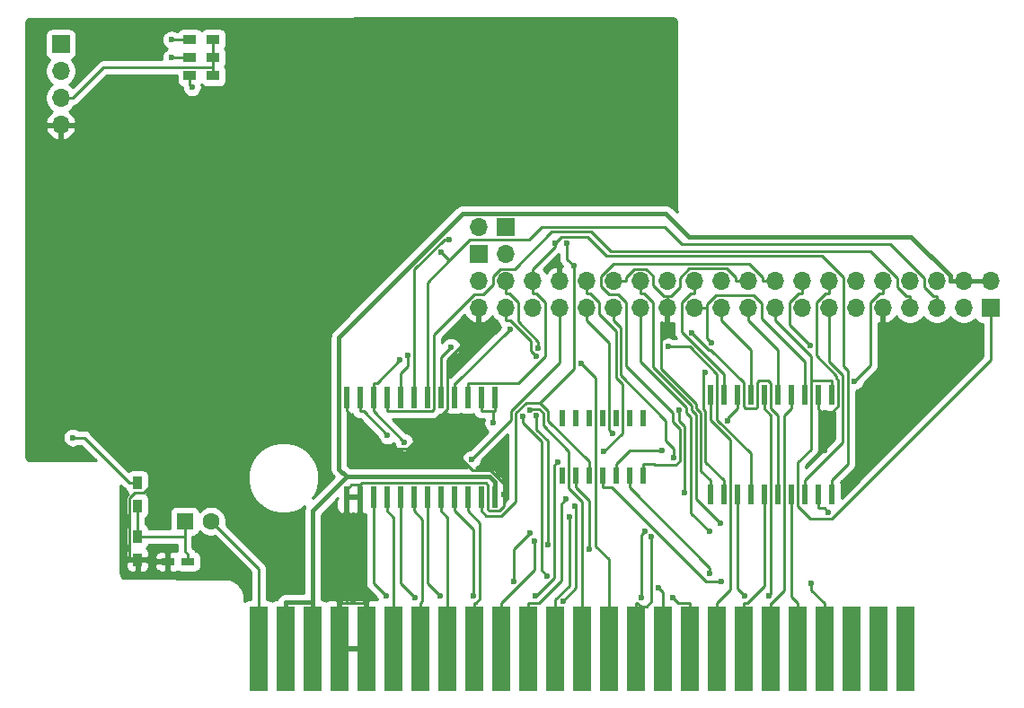
<source format=gbr>
G04 #@! TF.GenerationSoftware,KiCad,Pcbnew,5.1.5+dfsg1-2*
G04 #@! TF.CreationDate,2020-04-06T16:56:46-07:00*
G04 #@! TF.ProjectId,rpmpv1,72706d70-7631-42e6-9b69-6361645f7063,rev?*
G04 #@! TF.SameCoordinates,Original*
G04 #@! TF.FileFunction,Copper,L2,Bot*
G04 #@! TF.FilePolarity,Positive*
%FSLAX46Y46*%
G04 Gerber Fmt 4.6, Leading zero omitted, Abs format (unit mm)*
G04 Created by KiCad (PCBNEW 5.1.5+dfsg1-2) date 2020-04-06 16:56:46*
%MOMM*%
%LPD*%
G04 APERTURE LIST*
%ADD10O,1.700000X1.700000*%
%ADD11R,1.700000X1.700000*%
%ADD12R,0.600000X2.000000*%
%ADD13R,1.200000X0.900000*%
%ADD14R,0.900000X1.200000*%
%ADD15R,0.600000X1.500000*%
%ADD16R,0.600000X1.950000*%
%ADD17R,1.200000X0.750000*%
%ADD18R,1.800000X8.000000*%
%ADD19R,1.600000X1.600000*%
%ADD20C,1.600000*%
%ADD21C,0.600000*%
%ADD22C,0.250000*%
%ADD23C,0.400000*%
%ADD24C,0.254000*%
G04 APERTURE END LIST*
D10*
X147740000Y-75154500D03*
X147740000Y-77694500D03*
X150280000Y-75154500D03*
X150280000Y-77694500D03*
X152820000Y-75154500D03*
X152820000Y-77694500D03*
X155360000Y-75154500D03*
X155360000Y-77694500D03*
X157900000Y-75154500D03*
X157900000Y-77694500D03*
X160440000Y-75154500D03*
X160440000Y-77694500D03*
X162980000Y-75154500D03*
X162980000Y-77694500D03*
X165520000Y-75154500D03*
X165520000Y-77694500D03*
X168060000Y-75154500D03*
X168060000Y-77694500D03*
X170600000Y-75154500D03*
X170600000Y-77694500D03*
X173140000Y-75154500D03*
X173140000Y-77694500D03*
X175680000Y-75154500D03*
X175680000Y-77694500D03*
X178220000Y-75154500D03*
X178220000Y-77694500D03*
X180760000Y-75154500D03*
X180760000Y-77694500D03*
X183300000Y-75154500D03*
X183300000Y-77694500D03*
X185840000Y-75154500D03*
X185840000Y-77694500D03*
X188380000Y-75154500D03*
X188380000Y-77694500D03*
X190920000Y-75154500D03*
X190920000Y-77694500D03*
X193460000Y-75154500D03*
X193460000Y-77694500D03*
X196000000Y-75154500D03*
D11*
X196000000Y-77694500D03*
D12*
X149225000Y-95505000D03*
X147955000Y-95505000D03*
X146685000Y-95505000D03*
X145415000Y-95505000D03*
X144145000Y-95505000D03*
X142875000Y-95505000D03*
X141605000Y-95505000D03*
X140335000Y-95505000D03*
X139065000Y-95505000D03*
X137795000Y-95505000D03*
X136525000Y-95505000D03*
X135255000Y-95505000D03*
X135255000Y-86105000D03*
X136525000Y-86105000D03*
X137795000Y-86105000D03*
X139065000Y-86105000D03*
X140335000Y-86105000D03*
X141605000Y-86105000D03*
X142875000Y-86105000D03*
X144145000Y-86105000D03*
X145415000Y-86105000D03*
X146685000Y-86105000D03*
X147955000Y-86105000D03*
X149225000Y-86105000D03*
D13*
X120502000Y-55753000D03*
X122702000Y-55753000D03*
D14*
X115570000Y-101430000D03*
X115570000Y-99230000D03*
D13*
X120502000Y-52324000D03*
X122702000Y-52324000D03*
D15*
X163195000Y-93505000D03*
X161925000Y-93505000D03*
X160655000Y-93505000D03*
X159385000Y-93505000D03*
X158115000Y-93505000D03*
X156845000Y-93505000D03*
X155575000Y-93505000D03*
X155575000Y-88105000D03*
X156845000Y-88105000D03*
X158115000Y-88105000D03*
X159385000Y-88105000D03*
X160655000Y-88105000D03*
X161925000Y-88105000D03*
X163195000Y-88105000D03*
D11*
X108331000Y-52768500D03*
D10*
X108331000Y-55308500D03*
X108331000Y-57848500D03*
X108331000Y-60388500D03*
D14*
X115570000Y-96350000D03*
X115570000Y-94150000D03*
D13*
X120502000Y-54038500D03*
X122702000Y-54038500D03*
D16*
X180975000Y-95252000D03*
X179705000Y-95252000D03*
X178435000Y-95252000D03*
X177165000Y-95252000D03*
X175895000Y-95252000D03*
X174625000Y-95252000D03*
X173355000Y-95252000D03*
X172085000Y-95252000D03*
X170815000Y-95252000D03*
X169545000Y-95252000D03*
X169545000Y-85852000D03*
X170815000Y-85852000D03*
X172085000Y-85852000D03*
X173355000Y-85852000D03*
X174625000Y-85852000D03*
X175895000Y-85852000D03*
X177165000Y-85852000D03*
X178435000Y-85852000D03*
X179705000Y-85852000D03*
X180975000Y-85852000D03*
D17*
X118430000Y-101600000D03*
X120330000Y-101600000D03*
D18*
X187939840Y-109827440D03*
X185399840Y-109827440D03*
X182859840Y-109827440D03*
X180319840Y-109827440D03*
X177779840Y-109827440D03*
X175239840Y-109827440D03*
X172699840Y-109827440D03*
X170159840Y-109827440D03*
X167619840Y-109827440D03*
X165079840Y-109827440D03*
X162539840Y-109827440D03*
X159999840Y-109827440D03*
X157459840Y-109827440D03*
X154919840Y-109827440D03*
X152379840Y-109827440D03*
X149839840Y-109827440D03*
X147299840Y-109827440D03*
X144759840Y-109827440D03*
X142219840Y-109827440D03*
X139679840Y-109827440D03*
X137139840Y-109827440D03*
X134599840Y-109827440D03*
X132059840Y-109827440D03*
X129519840Y-109827440D03*
X126979840Y-109827440D03*
D11*
X147760000Y-72594500D03*
D10*
X150300000Y-72594500D03*
X147760000Y-70054500D03*
D11*
X150300000Y-70054500D03*
D19*
X120015000Y-97790000D03*
D20*
X122515000Y-97790000D03*
D21*
X180340000Y-91141600D03*
X150150900Y-95266900D03*
X120413200Y-82871800D03*
X144180400Y-72427000D03*
X139131900Y-89692700D03*
X160335000Y-89517600D03*
X140321100Y-82608500D03*
X140691600Y-90326900D03*
X169507600Y-98764400D03*
X145136000Y-81355200D03*
X170494200Y-98002500D03*
X150663500Y-79684300D03*
X144918000Y-71181900D03*
X166092300Y-91819200D03*
X141050200Y-82157800D03*
X169532900Y-102721100D03*
X179108400Y-103691900D03*
X170574200Y-103477500D03*
X158164700Y-100451800D03*
X175089000Y-104859300D03*
X172824800Y-104859300D03*
X166019500Y-104983400D03*
X153178100Y-87839100D03*
X154254500Y-99975300D03*
X164670400Y-104074200D03*
X164016000Y-99244800D03*
X163092300Y-105035900D03*
X163422500Y-98706300D03*
X157388700Y-82885500D03*
X152582100Y-87303000D03*
X151875300Y-87891500D03*
X154192600Y-102973000D03*
X156252100Y-97405600D03*
X155695100Y-105316400D03*
X156810900Y-96356800D03*
X155981400Y-95717600D03*
X153098300Y-104869200D03*
X155174300Y-92226600D03*
X153003800Y-99700000D03*
X151010300Y-103446400D03*
X152555200Y-98899700D03*
X147195000Y-104827600D03*
X144109300Y-104851600D03*
X141748700Y-105031000D03*
X139053300Y-104875600D03*
X171188000Y-88340300D03*
X149131900Y-88520800D03*
X169636100Y-80975900D03*
X183146500Y-84588600D03*
X159527400Y-91224800D03*
X147067500Y-91929800D03*
X180707500Y-96920400D03*
X169114300Y-83776500D03*
X178948700Y-81197800D03*
X165046400Y-91077700D03*
X153137000Y-82225900D03*
X167824700Y-80009200D03*
X120694600Y-56824500D03*
X118766000Y-54053000D03*
X118767300Y-52353000D03*
X154901000Y-71561100D03*
X156034700Y-71561200D03*
X156694300Y-73712500D03*
X167125200Y-95111600D03*
X166634300Y-87321700D03*
X165587100Y-81335100D03*
X153344200Y-81425500D03*
X109482100Y-89898000D03*
D22*
X169545000Y-93951700D02*
X168657700Y-93064400D01*
X168657700Y-93064400D02*
X168657700Y-87587600D01*
X168657700Y-87587600D02*
X168227700Y-87157600D01*
X168227700Y-87157600D02*
X168227700Y-86717200D01*
X168227700Y-86717200D02*
X164958500Y-83448000D01*
X164958500Y-83448000D02*
X164958500Y-79431300D01*
X164958500Y-79431300D02*
X165520000Y-78869800D01*
X180760000Y-76329800D02*
X180392700Y-76329800D01*
X180392700Y-76329800D02*
X179574000Y-77148500D01*
X179574000Y-77148500D02*
X179574000Y-82164200D01*
X179574000Y-82164200D02*
X181468700Y-84058900D01*
X181468700Y-84058900D02*
X181468700Y-84314800D01*
X181468700Y-84314800D02*
X181620500Y-84466600D01*
X181620500Y-84466600D02*
X181620500Y-86950400D01*
X181620500Y-86950400D02*
X181054900Y-87516000D01*
X181054900Y-87516000D02*
X180338600Y-87516000D01*
X180338600Y-87516000D02*
X180203700Y-87650900D01*
X143101400Y-88936000D02*
X141072900Y-90964500D01*
X141072900Y-90964500D02*
X138789200Y-90964500D01*
X138789200Y-90964500D02*
X135255000Y-87430300D01*
X147740000Y-78869800D02*
X147740000Y-79635800D01*
X147740000Y-79635800D02*
X144789700Y-82586100D01*
X144789700Y-82586100D02*
X144789700Y-87247700D01*
X144789700Y-87247700D02*
X143101400Y-88936000D01*
X143101400Y-88936000D02*
X147186800Y-93021400D01*
X147186800Y-93021400D02*
X148884700Y-93021400D01*
X148884700Y-93021400D02*
X150150900Y-94287600D01*
X150150900Y-94287600D02*
X150150900Y-95266900D01*
X180203700Y-87650900D02*
X180203600Y-87651000D01*
X180203600Y-87651000D02*
X180203600Y-90460400D01*
X180203600Y-90460400D02*
X180340000Y-90596800D01*
X180340000Y-90596800D02*
X180340000Y-91141600D01*
X180203700Y-87650900D02*
X179705000Y-87152300D01*
X160440000Y-75154500D02*
X161615300Y-75154500D01*
X161615300Y-75154500D02*
X161615300Y-74787200D01*
X161615300Y-74787200D02*
X162423400Y-73979100D01*
X162423400Y-73979100D02*
X163528800Y-73979100D01*
X163528800Y-73979100D02*
X164155400Y-74605700D01*
X164155400Y-74605700D02*
X164155400Y-75517100D01*
X164155400Y-75517100D02*
X165157500Y-76519200D01*
X165157500Y-76519200D02*
X165520000Y-76519200D01*
X165520000Y-77694500D02*
X165520000Y-76519200D01*
X173140000Y-75154500D02*
X171964700Y-75154500D01*
X165520000Y-77694500D02*
X165520000Y-78869800D01*
X171964700Y-75154500D02*
X171964700Y-74787200D01*
X171964700Y-74787200D02*
X171138600Y-73961100D01*
X171138600Y-73961100D02*
X167588400Y-73961100D01*
X167588400Y-73961100D02*
X166695300Y-74854200D01*
X166695300Y-74854200D02*
X166695300Y-75711300D01*
X166695300Y-75711300D02*
X165887400Y-76519200D01*
X165887400Y-76519200D02*
X165520000Y-76519200D01*
X179705000Y-85852000D02*
X179705000Y-87152300D01*
X180760000Y-75154500D02*
X180760000Y-76329800D01*
X169545000Y-95252000D02*
X169545000Y-93951700D01*
X135255000Y-94842300D02*
X135748700Y-94348600D01*
X135748700Y-94348600D02*
X136525000Y-94348600D01*
X136525000Y-94348600D02*
X136693900Y-94179700D01*
X136693900Y-94179700D02*
X148389800Y-94179700D01*
X148389800Y-94179700D02*
X148590000Y-94379900D01*
X148590000Y-94379900D02*
X148590000Y-96693600D01*
X148590000Y-96693600D02*
X148726700Y-96830300D01*
X148726700Y-96830300D02*
X149683500Y-96830300D01*
X149683500Y-96830300D02*
X150150900Y-96362900D01*
X150150900Y-96362900D02*
X150150900Y-95266900D01*
X136525000Y-95505000D02*
X136525000Y-94348600D01*
X135255000Y-86105000D02*
X135255000Y-87430300D01*
X147740000Y-77694500D02*
X147740000Y-78869800D01*
X120413200Y-82871800D02*
X108331000Y-70789600D01*
X108331000Y-70789600D02*
X108331000Y-60388500D01*
X114794700Y-101430000D02*
X114794700Y-95603500D01*
X114794700Y-95603500D02*
X115322800Y-95075400D01*
X115322800Y-95075400D02*
X116203300Y-95075400D01*
X116203300Y-95075400D02*
X120413200Y-90865500D01*
X120413200Y-90865500D02*
X120413200Y-82871800D01*
X115570000Y-101430000D02*
X114794700Y-101430000D01*
X135255000Y-95505000D02*
X135255000Y-94842300D01*
X118430000Y-101600000D02*
X116515300Y-101600000D01*
X116515300Y-101600000D02*
X116345300Y-101430000D01*
X135255000Y-105502100D02*
X135255000Y-96830300D01*
X135255000Y-105502100D02*
X137139800Y-105502100D01*
X134599800Y-105502100D02*
X135255000Y-105502100D01*
X135255000Y-95505000D02*
X135255000Y-96830300D01*
X134599800Y-109827400D02*
X134599800Y-105502100D01*
X137139800Y-109827400D02*
X137139800Y-105502100D01*
X115570000Y-101430000D02*
X116345300Y-101430000D01*
D23*
X135288000Y-93604700D02*
X148725000Y-93604700D01*
X148725000Y-93604700D02*
X149225000Y-94104700D01*
X132059800Y-105427100D02*
X132059800Y-96832900D01*
X132059800Y-96832900D02*
X135288000Y-93604700D01*
X135288000Y-93604700D02*
X134554600Y-92871300D01*
X134554600Y-92871300D02*
X134554600Y-80410500D01*
X134554600Y-80410500D02*
X146197600Y-68767500D01*
X146197600Y-68767500D02*
X165393400Y-68767500D01*
X165393400Y-68767500D02*
X167559100Y-70933200D01*
X167559100Y-70933200D02*
X188506500Y-70933200D01*
X188506500Y-70933200D02*
X192209700Y-74636400D01*
X192209700Y-74636400D02*
X192209700Y-75154500D01*
X193460000Y-75154500D02*
X192209700Y-75154500D01*
X149225000Y-95505000D02*
X149225000Y-94104700D01*
X132059800Y-105577200D02*
X132059800Y-105427100D01*
X132059800Y-105427100D02*
X129519800Y-105427100D01*
X132059800Y-109827400D02*
X132059800Y-105577200D01*
X129519800Y-109827400D02*
X129519800Y-105427100D01*
X196000000Y-75154500D02*
X193460000Y-75154500D01*
D22*
X190920000Y-77694500D02*
X190920000Y-76519200D01*
X190920000Y-76519200D02*
X190552600Y-76519200D01*
X190552600Y-76519200D02*
X189744700Y-75711300D01*
X189744700Y-75711300D02*
X189744700Y-74839300D01*
X189744700Y-74839300D02*
X186558000Y-71652600D01*
X186558000Y-71652600D02*
X166909100Y-71652600D01*
X166909100Y-71652600D02*
X165291500Y-70035000D01*
X165291500Y-70035000D02*
X153705500Y-70035000D01*
X153705500Y-70035000D02*
X152510600Y-71229900D01*
X152510600Y-71229900D02*
X146916700Y-71229900D01*
X146916700Y-71229900D02*
X144950000Y-73196600D01*
X144950000Y-73196600D02*
X142875000Y-75271600D01*
X142875000Y-75271600D02*
X142875000Y-86105000D01*
X144180400Y-72427000D02*
X144950000Y-73196600D01*
X139065000Y-87430300D02*
X143312200Y-87430300D01*
X143312200Y-87430300D02*
X143519600Y-87222900D01*
X143519600Y-87222900D02*
X143519600Y-80204100D01*
X143519600Y-80204100D02*
X147299200Y-76424500D01*
X147299200Y-76424500D02*
X148154700Y-76424500D01*
X148154700Y-76424500D02*
X149081300Y-75497900D01*
X149081300Y-75497900D02*
X149081300Y-74675900D01*
X149081300Y-74675900D02*
X149778000Y-73979200D01*
X149778000Y-73979200D02*
X151114700Y-73979200D01*
X151114700Y-73979200D02*
X154608500Y-70485400D01*
X154608500Y-70485400D02*
X158357900Y-70485400D01*
X158357900Y-70485400D02*
X160200500Y-72328000D01*
X160200500Y-72328000D02*
X184694800Y-72328000D01*
X184694800Y-72328000D02*
X187204700Y-74837900D01*
X187204700Y-74837900D02*
X187204700Y-75711300D01*
X187204700Y-75711300D02*
X188012600Y-76519200D01*
X188012600Y-76519200D02*
X188380000Y-76519200D01*
X139065000Y-86105000D02*
X139065000Y-87430300D01*
X188380000Y-77694500D02*
X188380000Y-76519200D01*
X136525000Y-87430300D02*
X136869500Y-87430300D01*
X136869500Y-87430300D02*
X139131900Y-89692700D01*
X157900000Y-78869800D02*
X160029600Y-80999400D01*
X160029600Y-80999400D02*
X160029600Y-89212200D01*
X160029600Y-89212200D02*
X160335000Y-89517600D01*
X157900000Y-77694500D02*
X157900000Y-78869800D01*
X136525000Y-86105000D02*
X136525000Y-87430300D01*
X137795000Y-84779700D02*
X138149900Y-84779700D01*
X138149900Y-84779700D02*
X140321100Y-82608500D01*
X137795000Y-86105000D02*
X137795000Y-84779700D01*
X137795000Y-86655000D02*
X137795000Y-86105000D01*
X137795000Y-86655000D02*
X137795000Y-87430300D01*
X137795000Y-87430300D02*
X140691600Y-90326900D01*
X169507600Y-98764400D02*
X167757100Y-97013900D01*
X167757100Y-97013900D02*
X167757100Y-87960800D01*
X167757100Y-87960800D02*
X167327100Y-87530800D01*
X167327100Y-87530800D02*
X167327100Y-87090500D01*
X167327100Y-87090500D02*
X162980000Y-82743400D01*
X162980000Y-82743400D02*
X162980000Y-77694500D01*
X144145000Y-86105000D02*
X144145000Y-82346200D01*
X144145000Y-82346200D02*
X145136000Y-81355200D01*
X170494200Y-98002500D02*
X168207400Y-95715700D01*
X168207400Y-95715700D02*
X168207400Y-87774200D01*
X168207400Y-87774200D02*
X167777400Y-87344200D01*
X167777400Y-87344200D02*
X167777400Y-86903800D01*
X167777400Y-86903800D02*
X164155300Y-83281700D01*
X164155300Y-83281700D02*
X164155300Y-77137700D01*
X164155300Y-77137700D02*
X163347400Y-76329800D01*
X163347400Y-76329800D02*
X162980000Y-76329800D01*
X162980000Y-75154500D02*
X162980000Y-76329800D01*
X145415000Y-84779700D02*
X145568100Y-84779700D01*
X145568100Y-84779700D02*
X150663500Y-79684300D01*
X145415000Y-86105000D02*
X145415000Y-84779700D01*
X141605000Y-84779700D02*
X141675500Y-84709200D01*
X141675500Y-84709200D02*
X141675500Y-74047600D01*
X141675500Y-74047600D02*
X144541100Y-71182000D01*
X144541100Y-71182000D02*
X144918000Y-71182000D01*
X144918000Y-71182000D02*
X144918000Y-71181900D01*
X141605000Y-86105000D02*
X141605000Y-84779700D01*
X160440000Y-78869800D02*
X161113400Y-79543200D01*
X161113400Y-79543200D02*
X161113400Y-84046900D01*
X161113400Y-84046900D02*
X165366700Y-88300200D01*
X165366700Y-88300200D02*
X165366700Y-90224700D01*
X165366700Y-90224700D02*
X166092300Y-90950300D01*
X166092300Y-90950300D02*
X166092300Y-91819200D01*
X160440000Y-77694500D02*
X160440000Y-78869800D01*
X141050200Y-82157800D02*
X141050200Y-83163300D01*
X141050200Y-83163300D02*
X140335000Y-83878500D01*
X140335000Y-83878500D02*
X140335000Y-86105000D01*
X180319800Y-109827400D02*
X180319800Y-105502100D01*
X161925000Y-93505000D02*
X161925000Y-94580300D01*
X169532900Y-102721100D02*
X169532900Y-102188200D01*
X169532900Y-102188200D02*
X161925000Y-94580300D01*
X180319800Y-105502100D02*
X179108400Y-104290700D01*
X179108400Y-104290700D02*
X179108400Y-103691900D01*
X159385000Y-93505000D02*
X159385000Y-94580300D01*
X170574200Y-103477500D02*
X169138300Y-103477500D01*
X169138300Y-103477500D02*
X160241100Y-94580300D01*
X160241100Y-94580300D02*
X159385000Y-94580300D01*
X156845000Y-93505000D02*
X156845000Y-94580300D01*
X158164700Y-100451800D02*
X158164700Y-95900000D01*
X158164700Y-95900000D02*
X156845000Y-94580300D01*
X175239800Y-105502100D02*
X175330600Y-105502100D01*
X175330600Y-105502100D02*
X176539700Y-104293000D01*
X176539700Y-104293000D02*
X176539700Y-87777600D01*
X176539700Y-87777600D02*
X177165000Y-87152300D01*
X177165000Y-85852000D02*
X177165000Y-87152300D01*
X175239800Y-109827400D02*
X175239800Y-105502100D01*
X174625000Y-87152300D02*
X175250300Y-87777600D01*
X175250300Y-87777600D02*
X175250300Y-104698000D01*
X175250300Y-104698000D02*
X175089000Y-104859300D01*
X174625000Y-85852000D02*
X174625000Y-87152300D01*
X172699800Y-105502100D02*
X173066400Y-105502100D01*
X173066400Y-105502100D02*
X174625000Y-103943500D01*
X174625000Y-103943500D02*
X174625000Y-95252000D01*
X172699800Y-109827400D02*
X172699800Y-105502100D01*
X172085000Y-96552300D02*
X172085000Y-104119500D01*
X172085000Y-104119500D02*
X172824800Y-104859300D01*
X172085000Y-95252000D02*
X172085000Y-96552300D01*
X169545000Y-85852000D02*
X169545000Y-87152300D01*
X170159800Y-105502100D02*
X171440400Y-104221500D01*
X171440400Y-104221500D02*
X171440400Y-90114300D01*
X171440400Y-90114300D02*
X169558300Y-88232200D01*
X169558300Y-88232200D02*
X169558300Y-87165600D01*
X169558300Y-87165600D02*
X169545000Y-87152300D01*
X170159800Y-109827400D02*
X170159800Y-105502100D01*
X167619800Y-109827400D02*
X167619800Y-105502100D01*
X167619800Y-105502100D02*
X166538200Y-105502100D01*
X166538200Y-105502100D02*
X166019500Y-104983400D01*
X154254500Y-99975300D02*
X154254500Y-90225500D01*
X154254500Y-90225500D02*
X153178100Y-89149100D01*
X153178100Y-89149100D02*
X153178100Y-87839100D01*
X165079800Y-105502100D02*
X165079800Y-104483600D01*
X165079800Y-104483600D02*
X164670400Y-104074200D01*
X165079800Y-109827400D02*
X165079800Y-105502100D01*
X162539800Y-105502100D02*
X162674100Y-105502100D01*
X162674100Y-105502100D02*
X162942700Y-105770700D01*
X162942700Y-105770700D02*
X162980500Y-105770700D01*
X162980500Y-105770700D02*
X163027500Y-105817700D01*
X163027500Y-105817700D02*
X163545600Y-105817700D01*
X163545600Y-105817700D02*
X164016000Y-105347300D01*
X164016000Y-105347300D02*
X164016000Y-99244800D01*
X162539800Y-109827400D02*
X162539800Y-105502100D01*
X163092300Y-105035900D02*
X163092300Y-99036500D01*
X163092300Y-99036500D02*
X163422500Y-98706300D01*
X157388700Y-82885500D02*
X158740400Y-84237200D01*
X158740400Y-84237200D02*
X158740400Y-100143100D01*
X158740400Y-100143100D02*
X159999800Y-101402500D01*
X159999800Y-101402500D02*
X159999800Y-105502100D01*
X159999800Y-109827400D02*
X159999800Y-105502100D01*
X157459800Y-105502100D02*
X157459800Y-95908500D01*
X157459800Y-95908500D02*
X156219600Y-94668300D01*
X156219600Y-94668300D02*
X156219600Y-91185700D01*
X156219600Y-91185700D02*
X153803400Y-88769500D01*
X153803400Y-88769500D02*
X153803400Y-87580000D01*
X153803400Y-87580000D02*
X153420400Y-87197000D01*
X153420400Y-87197000D02*
X152688100Y-87197000D01*
X152688100Y-87197000D02*
X152582100Y-87303000D01*
X157459800Y-109827400D02*
X157459800Y-105502100D01*
X154192600Y-102973000D02*
X153629200Y-102409600D01*
X153629200Y-102409600D02*
X153629200Y-90237100D01*
X153629200Y-90237100D02*
X151875300Y-88483200D01*
X151875300Y-88483200D02*
X151875300Y-87891500D01*
X154919800Y-105502100D02*
X154919800Y-105207400D01*
X154919800Y-105207400D02*
X156252100Y-103875100D01*
X156252100Y-103875100D02*
X156252100Y-97405600D01*
X154919800Y-109827400D02*
X154919800Y-105502100D01*
X155695100Y-105316400D02*
X156898200Y-104113300D01*
X156898200Y-104113300D02*
X156898200Y-96444100D01*
X156898200Y-96444100D02*
X156810900Y-96356800D01*
X152379800Y-105502100D02*
X153375400Y-105502100D01*
X153375400Y-105502100D02*
X155493400Y-103384100D01*
X155493400Y-103384100D02*
X155493400Y-96205600D01*
X155493400Y-96205600D02*
X155981400Y-95717600D01*
X152379800Y-109827400D02*
X152379800Y-105502100D01*
X153098300Y-104869200D02*
X153184100Y-104869200D01*
X153184100Y-104869200D02*
X154890700Y-103162600D01*
X154890700Y-103162600D02*
X154890700Y-92510200D01*
X154890700Y-92510200D02*
X155174300Y-92226600D01*
X149839800Y-105502100D02*
X153003800Y-102338100D01*
X153003800Y-102338100D02*
X153003800Y-99700000D01*
X149839800Y-109827400D02*
X149839800Y-105502100D01*
X151010300Y-103446400D02*
X151010300Y-100444600D01*
X151010300Y-100444600D02*
X152555200Y-98899700D01*
X147299800Y-105502100D02*
X147446500Y-105502100D01*
X147446500Y-105502100D02*
X147825400Y-105123200D01*
X147825400Y-105123200D02*
X147825400Y-97970700D01*
X147825400Y-97970700D02*
X146685000Y-96830300D01*
X146685000Y-95505000D02*
X146685000Y-96830300D01*
X147299800Y-109827400D02*
X147299800Y-105502100D01*
X145415000Y-95505000D02*
X145415000Y-96830300D01*
X145415000Y-96830300D02*
X147195000Y-98610300D01*
X147195000Y-98610300D02*
X147195000Y-104827600D01*
X144759800Y-105502100D02*
X144759800Y-97445100D01*
X144759800Y-97445100D02*
X144145000Y-96830300D01*
X144145000Y-95505000D02*
X144145000Y-96830300D01*
X144759800Y-109827400D02*
X144759800Y-105502100D01*
X142875000Y-96830300D02*
X142875000Y-103617300D01*
X142875000Y-103617300D02*
X144109300Y-104851600D01*
X142875000Y-95505000D02*
X142875000Y-96830300D01*
X141605000Y-96830300D02*
X142394000Y-97619300D01*
X142394000Y-97619300D02*
X142394000Y-105327900D01*
X142394000Y-105327900D02*
X142219800Y-105502100D01*
X141605000Y-95505000D02*
X141605000Y-96830300D01*
X142219800Y-109827400D02*
X142219800Y-105502100D01*
X140335000Y-96830300D02*
X140335000Y-103617300D01*
X140335000Y-103617300D02*
X141748700Y-105031000D01*
X140335000Y-95505000D02*
X140335000Y-96830300D01*
X139065000Y-95505000D02*
X139065000Y-96830300D01*
X139679800Y-109827400D02*
X139679800Y-105502100D01*
X139679800Y-105502100D02*
X139679800Y-97445100D01*
X139679800Y-97445100D02*
X139065000Y-96830300D01*
X137795000Y-95505000D02*
X137795000Y-103617300D01*
X137795000Y-103617300D02*
X139053300Y-104875600D01*
X172085000Y-87152300D02*
X171188000Y-88049300D01*
X171188000Y-88049300D02*
X171188000Y-88340300D01*
X172085000Y-85852000D02*
X172085000Y-87152300D01*
X149131900Y-87430300D02*
X147955000Y-87430300D01*
X149225000Y-87430300D02*
X149131900Y-87430300D01*
X149131900Y-87430300D02*
X149131900Y-88520800D01*
X149225000Y-86105000D02*
X149225000Y-87430300D01*
X147955000Y-86105000D02*
X147955000Y-87430300D01*
X179060400Y-84551700D02*
X179060400Y-91001000D01*
X179060400Y-91001000D02*
X177809600Y-92251800D01*
X177809600Y-92251800D02*
X177809600Y-96398600D01*
X177809600Y-96398600D02*
X178989700Y-97578700D01*
X178989700Y-97578700D02*
X181008000Y-97578700D01*
X181008000Y-97578700D02*
X196000000Y-82586700D01*
X196000000Y-82586700D02*
X196000000Y-77694500D01*
X175680000Y-78869800D02*
X179060400Y-82250200D01*
X179060400Y-82250200D02*
X179060400Y-84551700D01*
X179060400Y-84551700D02*
X180975000Y-84551700D01*
X180975000Y-85852000D02*
X180975000Y-84551700D01*
X175680000Y-77694500D02*
X175680000Y-78869800D01*
X122702000Y-54038500D02*
X122702000Y-54977700D01*
X122702000Y-52324000D02*
X122702000Y-54038500D01*
X122702000Y-55753000D02*
X122702000Y-54977700D01*
X108331000Y-57848500D02*
X109506300Y-57848500D01*
X109506300Y-57848500D02*
X112377100Y-54977700D01*
X112377100Y-54977700D02*
X122702000Y-54977700D01*
X170815000Y-84551700D02*
X170815000Y-83914700D01*
X170815000Y-83914700D02*
X166851800Y-79951500D01*
X166851800Y-79951500D02*
X166851800Y-77170600D01*
X166851800Y-77170600D02*
X167692600Y-76329800D01*
X167692600Y-76329800D02*
X168060000Y-76329800D01*
X170815000Y-85852000D02*
X170815000Y-84551700D01*
X168060000Y-75154500D02*
X168060000Y-76329800D01*
X169224800Y-77694500D02*
X169224800Y-80564600D01*
X169224800Y-80564600D02*
X169636100Y-80975900D01*
X178435000Y-85852000D02*
X178435000Y-82726800D01*
X178435000Y-82726800D02*
X174410000Y-78701800D01*
X174410000Y-78701800D02*
X174410000Y-77249300D01*
X174410000Y-77249300D02*
X173637000Y-76476300D01*
X173637000Y-76476300D02*
X170086100Y-76476300D01*
X170086100Y-76476300D02*
X169224800Y-77337600D01*
X169224800Y-77337600D02*
X169224800Y-77694500D01*
X168060000Y-77694500D02*
X169224800Y-77694500D01*
X185840000Y-76329800D02*
X185472600Y-76329800D01*
X185472600Y-76329800D02*
X184664700Y-77137700D01*
X184664700Y-77137700D02*
X184664700Y-83070400D01*
X184664700Y-83070400D02*
X183146500Y-84588600D01*
X185840000Y-75154500D02*
X185840000Y-76329800D01*
X157900000Y-76329800D02*
X158267400Y-76329800D01*
X158267400Y-76329800D02*
X159075300Y-77137700D01*
X159075300Y-77137700D02*
X159075300Y-78230000D01*
X159075300Y-78230000D02*
X160663000Y-79817700D01*
X160663000Y-79817700D02*
X160663000Y-84233400D01*
X160663000Y-84233400D02*
X161280400Y-84850800D01*
X161280400Y-84850800D02*
X161280400Y-89471800D01*
X161280400Y-89471800D02*
X159527400Y-91224800D01*
X157900000Y-75154500D02*
X157900000Y-76329800D01*
X147067500Y-91929800D02*
X150787800Y-88209500D01*
X150787800Y-88209500D02*
X150787800Y-87381600D01*
X150787800Y-87381600D02*
X155360000Y-82809400D01*
X155360000Y-82809400D02*
X155360000Y-77694500D01*
X179705000Y-95252000D02*
X179705000Y-96552300D01*
X180707500Y-96920400D02*
X180339400Y-96552300D01*
X180339400Y-96552300D02*
X179705000Y-96552300D01*
X177165000Y-95252000D02*
X177165000Y-104887300D01*
X177165000Y-104887300D02*
X177779800Y-105502100D01*
X177779800Y-109827400D02*
X177779800Y-105502100D01*
X170815000Y-93951700D02*
X169108000Y-92244700D01*
X169108000Y-92244700D02*
X169108000Y-87401000D01*
X169108000Y-87401000D02*
X168919700Y-87212700D01*
X168919700Y-87212700D02*
X168919700Y-83971100D01*
X168919700Y-83971100D02*
X169114300Y-83776500D01*
X170815000Y-95252000D02*
X170815000Y-93951700D01*
X178435000Y-95252000D02*
X178435000Y-93951700D01*
X178435000Y-93951700D02*
X182070800Y-90315900D01*
X182070800Y-90315900D02*
X182070800Y-84024100D01*
X182070800Y-84024100D02*
X180760000Y-82713300D01*
X180760000Y-82713300D02*
X180760000Y-77694500D01*
X160655000Y-92429700D02*
X162007000Y-91077700D01*
X162007000Y-91077700D02*
X165046400Y-91077700D01*
X160655000Y-93505000D02*
X160655000Y-92429700D01*
X178220000Y-75154500D02*
X178220000Y-76329800D01*
X178948700Y-81197800D02*
X177044700Y-79293800D01*
X177044700Y-79293800D02*
X177044700Y-77137700D01*
X177044700Y-77137700D02*
X177852600Y-76329800D01*
X177852600Y-76329800D02*
X178220000Y-76329800D01*
X175680000Y-75154500D02*
X174504700Y-75154500D01*
X163195000Y-93505000D02*
X163195000Y-92429700D01*
X163195000Y-92429700D02*
X164236900Y-92429700D01*
X164236900Y-92429700D02*
X164304200Y-92497000D01*
X164304200Y-92497000D02*
X166320000Y-92497000D01*
X166320000Y-92497000D02*
X166717600Y-92099400D01*
X166717600Y-92099400D02*
X166717600Y-89080600D01*
X166717600Y-89080600D02*
X166008900Y-88371900D01*
X166008900Y-88371900D02*
X166008900Y-87582600D01*
X166008900Y-87582600D02*
X161615400Y-83189100D01*
X161615400Y-83189100D02*
X161615400Y-77168900D01*
X161615400Y-77168900D02*
X160837600Y-76391100D01*
X160837600Y-76391100D02*
X159992400Y-76391100D01*
X159992400Y-76391100D02*
X159239700Y-75638400D01*
X159239700Y-75638400D02*
X159239700Y-74692500D01*
X159239700Y-74692500D02*
X160432700Y-73499500D01*
X160432700Y-73499500D02*
X173215000Y-73499500D01*
X173215000Y-73499500D02*
X174504700Y-74789200D01*
X174504700Y-74789200D02*
X174504700Y-75154500D01*
X150280000Y-78869800D02*
X150733400Y-78869800D01*
X150733400Y-78869800D02*
X152657000Y-80793400D01*
X152657000Y-80793400D02*
X152657000Y-81745900D01*
X152657000Y-81745900D02*
X153137000Y-82225900D01*
X175895000Y-95252000D02*
X175895000Y-87785400D01*
X175895000Y-87785400D02*
X175269600Y-87160000D01*
X175269600Y-87160000D02*
X175269600Y-84761300D01*
X175269600Y-84761300D02*
X175034500Y-84526200D01*
X175034500Y-84526200D02*
X174175600Y-84526200D01*
X174175600Y-84526200D02*
X173980400Y-84721400D01*
X173980400Y-84721400D02*
X173980400Y-87024200D01*
X173980400Y-87024200D02*
X173852200Y-87152400D01*
X173852200Y-87152400D02*
X172869900Y-87152400D01*
X172869900Y-87152400D02*
X172718000Y-87000500D01*
X172718000Y-87000500D02*
X172718000Y-84709000D01*
X172718000Y-84709000D02*
X169610200Y-81601200D01*
X169610200Y-81601200D02*
X169377100Y-81601200D01*
X169377100Y-81601200D02*
X167824700Y-80048800D01*
X167824700Y-80048800D02*
X167824700Y-80009200D01*
X150280000Y-77694500D02*
X150280000Y-78869800D01*
X122515000Y-97790000D02*
X126979800Y-102254800D01*
X126979800Y-102254800D02*
X126979800Y-109827400D01*
X120502000Y-55753000D02*
X120502000Y-56631900D01*
X120502000Y-56631900D02*
X120694600Y-56824500D01*
X119576700Y-54038500D02*
X118780500Y-54038500D01*
X118780500Y-54038500D02*
X118766000Y-54053000D01*
X120502000Y-54038500D02*
X119576700Y-54038500D01*
X119576700Y-52324000D02*
X118796300Y-52324000D01*
X118796300Y-52324000D02*
X118767300Y-52353000D01*
X120502000Y-52324000D02*
X119576700Y-52324000D01*
X180975000Y-93951700D02*
X182521100Y-92405600D01*
X182521100Y-92405600D02*
X182521100Y-83572300D01*
X182521100Y-83572300D02*
X182091800Y-83143000D01*
X182091800Y-83143000D02*
X182091800Y-74769200D01*
X182091800Y-74769200D02*
X180101000Y-72778400D01*
X180101000Y-72778400D02*
X159788700Y-72778400D01*
X159788700Y-72778400D02*
X157946100Y-70935800D01*
X157946100Y-70935800D02*
X155526300Y-70935800D01*
X155526300Y-70935800D02*
X154901000Y-71561100D01*
X152820000Y-76329800D02*
X153187400Y-76329800D01*
X153187400Y-76329800D02*
X153995300Y-77137700D01*
X153995300Y-77137700D02*
X153995300Y-82252000D01*
X153995300Y-82252000D02*
X151467600Y-84779700D01*
X151467600Y-84779700D02*
X146685000Y-84779700D01*
X152820000Y-73979200D02*
X154901000Y-71898200D01*
X154901000Y-71898200D02*
X154901000Y-71561100D01*
X180975000Y-95252000D02*
X180975000Y-93951700D01*
X152820000Y-75154500D02*
X152820000Y-73979200D01*
X152820000Y-75154500D02*
X152820000Y-76329800D01*
X146685000Y-86105000D02*
X146685000Y-84779700D01*
X147955000Y-96830300D02*
X148405300Y-97280600D01*
X148405300Y-97280600D02*
X149870100Y-97280600D01*
X149870100Y-97280600D02*
X151238100Y-95912600D01*
X151238100Y-95912600D02*
X151238100Y-87589500D01*
X151238100Y-87589500D02*
X152186800Y-86640800D01*
X152186800Y-86640800D02*
X153501100Y-86640800D01*
X158115000Y-93505000D02*
X158115000Y-92162700D01*
X158115000Y-92162700D02*
X154253700Y-88301400D01*
X154253700Y-88301400D02*
X154253700Y-87393400D01*
X154253700Y-87393400D02*
X153501100Y-86640800D01*
X153501100Y-86640800D02*
X156694300Y-83447600D01*
X156694300Y-83447600D02*
X156694300Y-73712500D01*
X156034700Y-71561200D02*
X156034700Y-73052900D01*
X156034700Y-73052900D02*
X156694300Y-73712500D01*
X147955000Y-95505000D02*
X147955000Y-96830300D01*
X167125200Y-95111600D02*
X167168000Y-95068800D01*
X167168000Y-95068800D02*
X167168000Y-88848900D01*
X167168000Y-88848900D02*
X166634300Y-88315200D01*
X166634300Y-88315200D02*
X166634300Y-87321700D01*
X115570000Y-96350000D02*
X115570000Y-99230000D01*
X120015000Y-99230000D02*
X120015000Y-100584700D01*
X120015000Y-100584700D02*
X120330000Y-100899700D01*
X120015000Y-97790000D02*
X120015000Y-99230000D01*
X120015000Y-99230000D02*
X116345300Y-99230000D01*
X115570000Y-99230000D02*
X116345300Y-99230000D01*
X120330000Y-101600000D02*
X120330000Y-100899700D01*
X173140000Y-78869800D02*
X175895000Y-81624800D01*
X175895000Y-81624800D02*
X175895000Y-85852000D01*
X173140000Y-77694500D02*
X173140000Y-78869800D01*
X173355000Y-84551700D02*
X173355000Y-81624800D01*
X173355000Y-81624800D02*
X170600000Y-78869800D01*
X170600000Y-77694500D02*
X170600000Y-78869800D01*
X173355000Y-85852000D02*
X173355000Y-84551700D01*
X150280000Y-76329800D02*
X150647400Y-76329800D01*
X150647400Y-76329800D02*
X151455300Y-77137700D01*
X151455300Y-77137700D02*
X151455300Y-78954800D01*
X151455300Y-78954800D02*
X153344100Y-80843600D01*
X153344100Y-80843600D02*
X153344100Y-81425500D01*
X153344100Y-81425500D02*
X153344200Y-81425500D01*
X173355000Y-95252000D02*
X173355000Y-91392000D01*
X173355000Y-91392000D02*
X170170300Y-88207300D01*
X170170300Y-88207300D02*
X170170300Y-83906900D01*
X170170300Y-83906900D02*
X167598500Y-81335100D01*
X167598500Y-81335100D02*
X165587100Y-81335100D01*
X150280000Y-75154500D02*
X150280000Y-76329800D01*
X115570000Y-94150000D02*
X114794700Y-94150000D01*
X109482100Y-89898000D02*
X110542700Y-89898000D01*
X110542700Y-89898000D02*
X114794700Y-94150000D01*
D24*
G36*
X135382000Y-95378000D02*
G01*
X136398000Y-95378000D01*
X136398000Y-95358000D01*
X136652000Y-95358000D01*
X136652000Y-95378000D01*
X136672000Y-95378000D01*
X136672000Y-95632000D01*
X136652000Y-95632000D01*
X136652000Y-96981250D01*
X136810750Y-97140000D01*
X136825000Y-97143072D01*
X136949482Y-97130812D01*
X137035000Y-97104870D01*
X137035001Y-103579968D01*
X137031324Y-103617300D01*
X137035001Y-103654633D01*
X137045998Y-103766286D01*
X137049568Y-103778054D01*
X137089454Y-103909546D01*
X137160026Y-104041576D01*
X137229210Y-104125876D01*
X137255000Y-104157301D01*
X137283998Y-104181099D01*
X138130147Y-105027249D01*
X138154232Y-105148329D01*
X138178032Y-105205787D01*
X138164322Y-105201628D01*
X138039840Y-105189368D01*
X137425590Y-105192440D01*
X137266840Y-105351190D01*
X137266840Y-109700440D01*
X137286840Y-109700440D01*
X137286840Y-109954440D01*
X137266840Y-109954440D01*
X137266840Y-109974440D01*
X137012840Y-109974440D01*
X137012840Y-109954440D01*
X134726840Y-109954440D01*
X134726840Y-109974440D01*
X134472840Y-109974440D01*
X134472840Y-109954440D01*
X134452840Y-109954440D01*
X134452840Y-109700440D01*
X134472840Y-109700440D01*
X134472840Y-105351190D01*
X134726840Y-105351190D01*
X134726840Y-109700440D01*
X137012840Y-109700440D01*
X137012840Y-105351190D01*
X136854090Y-105192440D01*
X136239840Y-105189368D01*
X136115358Y-105201628D01*
X135995660Y-105237938D01*
X135885346Y-105296903D01*
X135869840Y-105309628D01*
X135854334Y-105296903D01*
X135744020Y-105237938D01*
X135624322Y-105201628D01*
X135499840Y-105189368D01*
X134885590Y-105192440D01*
X134726840Y-105351190D01*
X134472840Y-105351190D01*
X134314090Y-105192440D01*
X133699840Y-105189368D01*
X133575358Y-105201628D01*
X133455660Y-105237938D01*
X133345346Y-105296903D01*
X133329840Y-105309628D01*
X133314334Y-105296903D01*
X133204020Y-105237938D01*
X133084322Y-105201628D01*
X132959840Y-105189368D01*
X132894800Y-105189368D01*
X132894800Y-97178767D01*
X134441566Y-95632002D01*
X134478748Y-95632002D01*
X134320000Y-95790750D01*
X134316928Y-96505000D01*
X134329188Y-96629482D01*
X134365498Y-96749180D01*
X134424463Y-96859494D01*
X134503815Y-96956185D01*
X134600506Y-97035537D01*
X134710820Y-97094502D01*
X134830518Y-97130812D01*
X134955000Y-97143072D01*
X134969250Y-97140000D01*
X135128000Y-96981250D01*
X135128000Y-95632000D01*
X135382000Y-95632000D01*
X135382000Y-96981250D01*
X135540750Y-97140000D01*
X135555000Y-97143072D01*
X135679482Y-97130812D01*
X135799180Y-97094502D01*
X135890000Y-97045957D01*
X135980820Y-97094502D01*
X136100518Y-97130812D01*
X136225000Y-97143072D01*
X136239250Y-97140000D01*
X136398000Y-96981250D01*
X136398000Y-95632000D01*
X135382000Y-95632000D01*
X135128000Y-95632000D01*
X135108000Y-95632000D01*
X135108000Y-95378000D01*
X135128000Y-95378000D01*
X135128000Y-95358000D01*
X135382000Y-95358000D01*
X135382000Y-95378000D01*
G37*
X135382000Y-95378000D02*
X136398000Y-95378000D01*
X136398000Y-95358000D01*
X136652000Y-95358000D01*
X136652000Y-95378000D01*
X136672000Y-95378000D01*
X136672000Y-95632000D01*
X136652000Y-95632000D01*
X136652000Y-96981250D01*
X136810750Y-97140000D01*
X136825000Y-97143072D01*
X136949482Y-97130812D01*
X137035000Y-97104870D01*
X137035001Y-103579968D01*
X137031324Y-103617300D01*
X137035001Y-103654633D01*
X137045998Y-103766286D01*
X137049568Y-103778054D01*
X137089454Y-103909546D01*
X137160026Y-104041576D01*
X137229210Y-104125876D01*
X137255000Y-104157301D01*
X137283998Y-104181099D01*
X138130147Y-105027249D01*
X138154232Y-105148329D01*
X138178032Y-105205787D01*
X138164322Y-105201628D01*
X138039840Y-105189368D01*
X137425590Y-105192440D01*
X137266840Y-105351190D01*
X137266840Y-109700440D01*
X137286840Y-109700440D01*
X137286840Y-109954440D01*
X137266840Y-109954440D01*
X137266840Y-109974440D01*
X137012840Y-109974440D01*
X137012840Y-109954440D01*
X134726840Y-109954440D01*
X134726840Y-109974440D01*
X134472840Y-109974440D01*
X134472840Y-109954440D01*
X134452840Y-109954440D01*
X134452840Y-109700440D01*
X134472840Y-109700440D01*
X134472840Y-105351190D01*
X134726840Y-105351190D01*
X134726840Y-109700440D01*
X137012840Y-109700440D01*
X137012840Y-105351190D01*
X136854090Y-105192440D01*
X136239840Y-105189368D01*
X136115358Y-105201628D01*
X135995660Y-105237938D01*
X135885346Y-105296903D01*
X135869840Y-105309628D01*
X135854334Y-105296903D01*
X135744020Y-105237938D01*
X135624322Y-105201628D01*
X135499840Y-105189368D01*
X134885590Y-105192440D01*
X134726840Y-105351190D01*
X134472840Y-105351190D01*
X134314090Y-105192440D01*
X133699840Y-105189368D01*
X133575358Y-105201628D01*
X133455660Y-105237938D01*
X133345346Y-105296903D01*
X133329840Y-105309628D01*
X133314334Y-105296903D01*
X133204020Y-105237938D01*
X133084322Y-105201628D01*
X132959840Y-105189368D01*
X132894800Y-105189368D01*
X132894800Y-97178767D01*
X134441566Y-95632002D01*
X134478748Y-95632002D01*
X134320000Y-95790750D01*
X134316928Y-96505000D01*
X134329188Y-96629482D01*
X134365498Y-96749180D01*
X134424463Y-96859494D01*
X134503815Y-96956185D01*
X134600506Y-97035537D01*
X134710820Y-97094502D01*
X134830518Y-97130812D01*
X134955000Y-97143072D01*
X134969250Y-97140000D01*
X135128000Y-96981250D01*
X135128000Y-95632000D01*
X135382000Y-95632000D01*
X135382000Y-96981250D01*
X135540750Y-97140000D01*
X135555000Y-97143072D01*
X135679482Y-97130812D01*
X135799180Y-97094502D01*
X135890000Y-97045957D01*
X135980820Y-97094502D01*
X136100518Y-97130812D01*
X136225000Y-97143072D01*
X136239250Y-97140000D01*
X136398000Y-96981250D01*
X136398000Y-95632000D01*
X135382000Y-95632000D01*
X135128000Y-95632000D01*
X135108000Y-95632000D01*
X135108000Y-95378000D01*
X135128000Y-95378000D01*
X135128000Y-95358000D01*
X135382000Y-95358000D01*
X135382000Y-95378000D01*
G36*
X114230901Y-94661003D02*
G01*
X114254699Y-94690001D01*
X114283697Y-94713799D01*
X114370423Y-94784974D01*
X114481791Y-94844502D01*
X114491760Y-94849830D01*
X114494188Y-94874482D01*
X114530498Y-94994180D01*
X114589463Y-95104494D01*
X114668815Y-95201185D01*
X114728296Y-95250000D01*
X114668815Y-95298815D01*
X114589463Y-95395506D01*
X114530498Y-95505820D01*
X114494188Y-95625518D01*
X114481928Y-95750000D01*
X114481928Y-96950000D01*
X114494188Y-97074482D01*
X114530498Y-97194180D01*
X114589463Y-97304494D01*
X114668815Y-97401185D01*
X114765506Y-97480537D01*
X114810000Y-97504320D01*
X114810001Y-98075680D01*
X114765506Y-98099463D01*
X114668815Y-98178815D01*
X114589463Y-98275506D01*
X114530498Y-98385820D01*
X114494188Y-98505518D01*
X114481928Y-98630000D01*
X114481928Y-99830000D01*
X114494188Y-99954482D01*
X114530498Y-100074180D01*
X114589463Y-100184494D01*
X114668815Y-100281185D01*
X114728296Y-100330000D01*
X114668815Y-100378815D01*
X114589463Y-100475506D01*
X114530498Y-100585820D01*
X114494188Y-100705518D01*
X114481928Y-100830000D01*
X114485000Y-101144250D01*
X114643750Y-101303000D01*
X115443000Y-101303000D01*
X115443000Y-101283000D01*
X115697000Y-101283000D01*
X115697000Y-101303000D01*
X116496250Y-101303000D01*
X116574250Y-101225000D01*
X117191928Y-101225000D01*
X117195000Y-101314250D01*
X117353750Y-101473000D01*
X118303000Y-101473000D01*
X118303000Y-100748750D01*
X118144250Y-100590000D01*
X117830000Y-100586928D01*
X117705518Y-100599188D01*
X117585820Y-100635498D01*
X117475506Y-100694463D01*
X117378815Y-100773815D01*
X117299463Y-100870506D01*
X117240498Y-100980820D01*
X117204188Y-101100518D01*
X117191928Y-101225000D01*
X116574250Y-101225000D01*
X116655000Y-101144250D01*
X116658072Y-100830000D01*
X116645812Y-100705518D01*
X116609502Y-100585820D01*
X116550537Y-100475506D01*
X116471185Y-100378815D01*
X116411704Y-100330000D01*
X116471185Y-100281185D01*
X116550537Y-100184494D01*
X116609502Y-100074180D01*
X116635038Y-99990000D01*
X119255001Y-99990000D01*
X119255001Y-100547368D01*
X119251324Y-100584700D01*
X119255777Y-100629916D01*
X119154482Y-100599188D01*
X119030000Y-100586928D01*
X118715750Y-100590000D01*
X118557000Y-100748750D01*
X118557000Y-101473000D01*
X118577000Y-101473000D01*
X118577000Y-101727000D01*
X118557000Y-101727000D01*
X118557000Y-102451250D01*
X118715750Y-102610000D01*
X119030000Y-102613072D01*
X119154482Y-102600812D01*
X119274180Y-102564502D01*
X119380000Y-102507939D01*
X119485820Y-102564502D01*
X119605518Y-102600812D01*
X119730000Y-102613072D01*
X120930000Y-102613072D01*
X121054482Y-102600812D01*
X121174180Y-102564502D01*
X121284494Y-102505537D01*
X121381185Y-102426185D01*
X121460537Y-102329494D01*
X121519502Y-102219180D01*
X121555812Y-102099482D01*
X121568072Y-101975000D01*
X121568072Y-101225000D01*
X121555812Y-101100518D01*
X121519502Y-100980820D01*
X121460537Y-100870506D01*
X121381185Y-100773815D01*
X121284494Y-100694463D01*
X121174180Y-100635498D01*
X121054482Y-100599188D01*
X121029830Y-100596760D01*
X120964974Y-100475424D01*
X120870001Y-100359699D01*
X120840997Y-100335896D01*
X120775000Y-100269899D01*
X120775000Y-99267333D01*
X120778677Y-99230000D01*
X120778487Y-99228072D01*
X120815000Y-99228072D01*
X120939482Y-99215812D01*
X121059180Y-99179502D01*
X121169494Y-99120537D01*
X121266185Y-99041185D01*
X121345537Y-98944494D01*
X121404502Y-98834180D01*
X121433661Y-98738057D01*
X121600241Y-98904637D01*
X121835273Y-99061680D01*
X122096426Y-99169853D01*
X122373665Y-99225000D01*
X122656335Y-99225000D01*
X122838887Y-99188688D01*
X126219800Y-102569602D01*
X126219800Y-105189368D01*
X126079840Y-105189368D01*
X125955358Y-105201628D01*
X125835660Y-105237938D01*
X125725346Y-105296903D01*
X125652600Y-105356604D01*
X125652600Y-105006823D01*
X125649601Y-104976374D01*
X125649650Y-104969373D01*
X125648683Y-104959507D01*
X125625366Y-104737655D01*
X125612429Y-104674631D01*
X125600368Y-104611405D01*
X125597502Y-104601915D01*
X125531538Y-104388817D01*
X125506606Y-104329508D01*
X125482494Y-104269829D01*
X125477840Y-104261076D01*
X125371740Y-104064849D01*
X125335767Y-104011517D01*
X125300521Y-103957655D01*
X125294255Y-103949973D01*
X125294254Y-103949971D01*
X125294250Y-103949967D01*
X125152062Y-103778090D01*
X125106407Y-103732753D01*
X125061377Y-103686770D01*
X125053739Y-103680451D01*
X124880869Y-103539461D01*
X124827257Y-103503841D01*
X124774170Y-103467492D01*
X124765450Y-103462777D01*
X124568486Y-103358050D01*
X124508988Y-103333527D01*
X124449847Y-103308179D01*
X124440377Y-103305248D01*
X124226824Y-103240772D01*
X124163756Y-103228284D01*
X124100752Y-103214892D01*
X124090893Y-103213856D01*
X123868985Y-103192098D01*
X123835439Y-103188748D01*
X114462215Y-103176048D01*
X114343554Y-103164413D01*
X114263297Y-103140182D01*
X114189266Y-103100819D01*
X114124292Y-103047827D01*
X114070848Y-102983225D01*
X114030971Y-102909473D01*
X114006179Y-102829383D01*
X113994000Y-102713503D01*
X113994000Y-102030000D01*
X114481928Y-102030000D01*
X114494188Y-102154482D01*
X114530498Y-102274180D01*
X114589463Y-102384494D01*
X114668815Y-102481185D01*
X114765506Y-102560537D01*
X114875820Y-102619502D01*
X114995518Y-102655812D01*
X115120000Y-102668072D01*
X115284250Y-102665000D01*
X115443000Y-102506250D01*
X115443000Y-101557000D01*
X115697000Y-101557000D01*
X115697000Y-102506250D01*
X115855750Y-102665000D01*
X116020000Y-102668072D01*
X116144482Y-102655812D01*
X116264180Y-102619502D01*
X116374494Y-102560537D01*
X116471185Y-102481185D01*
X116550537Y-102384494D01*
X116609502Y-102274180D01*
X116645812Y-102154482D01*
X116658072Y-102030000D01*
X116657535Y-101975000D01*
X117191928Y-101975000D01*
X117204188Y-102099482D01*
X117240498Y-102219180D01*
X117299463Y-102329494D01*
X117378815Y-102426185D01*
X117475506Y-102505537D01*
X117585820Y-102564502D01*
X117705518Y-102600812D01*
X117830000Y-102613072D01*
X118144250Y-102610000D01*
X118303000Y-102451250D01*
X118303000Y-101727000D01*
X117353750Y-101727000D01*
X117195000Y-101885750D01*
X117191928Y-101975000D01*
X116657535Y-101975000D01*
X116655000Y-101715750D01*
X116496250Y-101557000D01*
X115697000Y-101557000D01*
X115443000Y-101557000D01*
X114643750Y-101557000D01*
X114485000Y-101715750D01*
X114481928Y-102030000D01*
X113994000Y-102030000D01*
X113994000Y-94424102D01*
X114230901Y-94661003D01*
G37*
X114230901Y-94661003D02*
X114254699Y-94690001D01*
X114283697Y-94713799D01*
X114370423Y-94784974D01*
X114481791Y-94844502D01*
X114491760Y-94849830D01*
X114494188Y-94874482D01*
X114530498Y-94994180D01*
X114589463Y-95104494D01*
X114668815Y-95201185D01*
X114728296Y-95250000D01*
X114668815Y-95298815D01*
X114589463Y-95395506D01*
X114530498Y-95505820D01*
X114494188Y-95625518D01*
X114481928Y-95750000D01*
X114481928Y-96950000D01*
X114494188Y-97074482D01*
X114530498Y-97194180D01*
X114589463Y-97304494D01*
X114668815Y-97401185D01*
X114765506Y-97480537D01*
X114810000Y-97504320D01*
X114810001Y-98075680D01*
X114765506Y-98099463D01*
X114668815Y-98178815D01*
X114589463Y-98275506D01*
X114530498Y-98385820D01*
X114494188Y-98505518D01*
X114481928Y-98630000D01*
X114481928Y-99830000D01*
X114494188Y-99954482D01*
X114530498Y-100074180D01*
X114589463Y-100184494D01*
X114668815Y-100281185D01*
X114728296Y-100330000D01*
X114668815Y-100378815D01*
X114589463Y-100475506D01*
X114530498Y-100585820D01*
X114494188Y-100705518D01*
X114481928Y-100830000D01*
X114485000Y-101144250D01*
X114643750Y-101303000D01*
X115443000Y-101303000D01*
X115443000Y-101283000D01*
X115697000Y-101283000D01*
X115697000Y-101303000D01*
X116496250Y-101303000D01*
X116574250Y-101225000D01*
X117191928Y-101225000D01*
X117195000Y-101314250D01*
X117353750Y-101473000D01*
X118303000Y-101473000D01*
X118303000Y-100748750D01*
X118144250Y-100590000D01*
X117830000Y-100586928D01*
X117705518Y-100599188D01*
X117585820Y-100635498D01*
X117475506Y-100694463D01*
X117378815Y-100773815D01*
X117299463Y-100870506D01*
X117240498Y-100980820D01*
X117204188Y-101100518D01*
X117191928Y-101225000D01*
X116574250Y-101225000D01*
X116655000Y-101144250D01*
X116658072Y-100830000D01*
X116645812Y-100705518D01*
X116609502Y-100585820D01*
X116550537Y-100475506D01*
X116471185Y-100378815D01*
X116411704Y-100330000D01*
X116471185Y-100281185D01*
X116550537Y-100184494D01*
X116609502Y-100074180D01*
X116635038Y-99990000D01*
X119255001Y-99990000D01*
X119255001Y-100547368D01*
X119251324Y-100584700D01*
X119255777Y-100629916D01*
X119154482Y-100599188D01*
X119030000Y-100586928D01*
X118715750Y-100590000D01*
X118557000Y-100748750D01*
X118557000Y-101473000D01*
X118577000Y-101473000D01*
X118577000Y-101727000D01*
X118557000Y-101727000D01*
X118557000Y-102451250D01*
X118715750Y-102610000D01*
X119030000Y-102613072D01*
X119154482Y-102600812D01*
X119274180Y-102564502D01*
X119380000Y-102507939D01*
X119485820Y-102564502D01*
X119605518Y-102600812D01*
X119730000Y-102613072D01*
X120930000Y-102613072D01*
X121054482Y-102600812D01*
X121174180Y-102564502D01*
X121284494Y-102505537D01*
X121381185Y-102426185D01*
X121460537Y-102329494D01*
X121519502Y-102219180D01*
X121555812Y-102099482D01*
X121568072Y-101975000D01*
X121568072Y-101225000D01*
X121555812Y-101100518D01*
X121519502Y-100980820D01*
X121460537Y-100870506D01*
X121381185Y-100773815D01*
X121284494Y-100694463D01*
X121174180Y-100635498D01*
X121054482Y-100599188D01*
X121029830Y-100596760D01*
X120964974Y-100475424D01*
X120870001Y-100359699D01*
X120840997Y-100335896D01*
X120775000Y-100269899D01*
X120775000Y-99267333D01*
X120778677Y-99230000D01*
X120778487Y-99228072D01*
X120815000Y-99228072D01*
X120939482Y-99215812D01*
X121059180Y-99179502D01*
X121169494Y-99120537D01*
X121266185Y-99041185D01*
X121345537Y-98944494D01*
X121404502Y-98834180D01*
X121433661Y-98738057D01*
X121600241Y-98904637D01*
X121835273Y-99061680D01*
X122096426Y-99169853D01*
X122373665Y-99225000D01*
X122656335Y-99225000D01*
X122838887Y-99188688D01*
X126219800Y-102569602D01*
X126219800Y-105189368D01*
X126079840Y-105189368D01*
X125955358Y-105201628D01*
X125835660Y-105237938D01*
X125725346Y-105296903D01*
X125652600Y-105356604D01*
X125652600Y-105006823D01*
X125649601Y-104976374D01*
X125649650Y-104969373D01*
X125648683Y-104959507D01*
X125625366Y-104737655D01*
X125612429Y-104674631D01*
X125600368Y-104611405D01*
X125597502Y-104601915D01*
X125531538Y-104388817D01*
X125506606Y-104329508D01*
X125482494Y-104269829D01*
X125477840Y-104261076D01*
X125371740Y-104064849D01*
X125335767Y-104011517D01*
X125300521Y-103957655D01*
X125294255Y-103949973D01*
X125294254Y-103949971D01*
X125294250Y-103949967D01*
X125152062Y-103778090D01*
X125106407Y-103732753D01*
X125061377Y-103686770D01*
X125053739Y-103680451D01*
X124880869Y-103539461D01*
X124827257Y-103503841D01*
X124774170Y-103467492D01*
X124765450Y-103462777D01*
X124568486Y-103358050D01*
X124508988Y-103333527D01*
X124449847Y-103308179D01*
X124440377Y-103305248D01*
X124226824Y-103240772D01*
X124163756Y-103228284D01*
X124100752Y-103214892D01*
X124090893Y-103213856D01*
X123868985Y-103192098D01*
X123835439Y-103188748D01*
X114462215Y-103176048D01*
X114343554Y-103164413D01*
X114263297Y-103140182D01*
X114189266Y-103100819D01*
X114124292Y-103047827D01*
X114070848Y-102983225D01*
X114030971Y-102909473D01*
X114006179Y-102829383D01*
X113994000Y-102713503D01*
X113994000Y-102030000D01*
X114481928Y-102030000D01*
X114494188Y-102154482D01*
X114530498Y-102274180D01*
X114589463Y-102384494D01*
X114668815Y-102481185D01*
X114765506Y-102560537D01*
X114875820Y-102619502D01*
X114995518Y-102655812D01*
X115120000Y-102668072D01*
X115284250Y-102665000D01*
X115443000Y-102506250D01*
X115443000Y-101557000D01*
X115697000Y-101557000D01*
X115697000Y-102506250D01*
X115855750Y-102665000D01*
X116020000Y-102668072D01*
X116144482Y-102655812D01*
X116264180Y-102619502D01*
X116374494Y-102560537D01*
X116471185Y-102481185D01*
X116550537Y-102384494D01*
X116609502Y-102274180D01*
X116645812Y-102154482D01*
X116658072Y-102030000D01*
X116657535Y-101975000D01*
X117191928Y-101975000D01*
X117204188Y-102099482D01*
X117240498Y-102219180D01*
X117299463Y-102329494D01*
X117378815Y-102426185D01*
X117475506Y-102505537D01*
X117585820Y-102564502D01*
X117705518Y-102600812D01*
X117830000Y-102613072D01*
X118144250Y-102610000D01*
X118303000Y-102451250D01*
X118303000Y-101727000D01*
X117353750Y-101727000D01*
X117195000Y-101885750D01*
X117191928Y-101975000D01*
X116657535Y-101975000D01*
X116655000Y-101715750D01*
X116496250Y-101557000D01*
X115697000Y-101557000D01*
X115443000Y-101557000D01*
X114643750Y-101557000D01*
X114485000Y-101715750D01*
X114481928Y-102030000D01*
X113994000Y-102030000D01*
X113994000Y-94424102D01*
X114230901Y-94661003D01*
G36*
X166040446Y-50328587D02*
G01*
X166120704Y-50352819D01*
X166194733Y-50392180D01*
X166259705Y-50445170D01*
X166313150Y-50509773D01*
X166353028Y-50583526D01*
X166377821Y-50663618D01*
X166390001Y-50779507D01*
X166390000Y-68220806D01*
X166389619Y-68257077D01*
X166392753Y-68292911D01*
X166392502Y-68328885D01*
X166393470Y-68338751D01*
X166416797Y-68560691D01*
X166429541Y-68622774D01*
X166012846Y-68206079D01*
X165986691Y-68174209D01*
X165859546Y-68069864D01*
X165714487Y-67992328D01*
X165557089Y-67944582D01*
X165434419Y-67932500D01*
X165434418Y-67932500D01*
X165393400Y-67928460D01*
X165352382Y-67932500D01*
X146238618Y-67932500D01*
X146197600Y-67928460D01*
X146156582Y-67932500D01*
X146156581Y-67932500D01*
X146033911Y-67944582D01*
X145876513Y-67992328D01*
X145731454Y-68069864D01*
X145604309Y-68174209D01*
X145578163Y-68206068D01*
X133993174Y-79791059D01*
X133961310Y-79817209D01*
X133935162Y-79849071D01*
X133856964Y-79944355D01*
X133779428Y-80089414D01*
X133731682Y-80246812D01*
X133715560Y-80410500D01*
X133719601Y-80451529D01*
X133719600Y-92830281D01*
X133715560Y-92871300D01*
X133727596Y-92993499D01*
X133731682Y-93034988D01*
X133779428Y-93192386D01*
X133856964Y-93337445D01*
X133961309Y-93464591D01*
X133993178Y-93490746D01*
X134107132Y-93604700D01*
X132115985Y-95595848D01*
X132316919Y-95295129D01*
X132571484Y-94680555D01*
X132701260Y-94028125D01*
X132701260Y-93362915D01*
X132571484Y-92710485D01*
X132316919Y-92095911D01*
X131947347Y-91542808D01*
X131476972Y-91072433D01*
X130923869Y-90702861D01*
X130309295Y-90448296D01*
X129656865Y-90318520D01*
X128991655Y-90318520D01*
X128339225Y-90448296D01*
X127724651Y-90702861D01*
X127171548Y-91072433D01*
X126701173Y-91542808D01*
X126331601Y-92095911D01*
X126077036Y-92710485D01*
X125947260Y-93362915D01*
X125947260Y-94028125D01*
X126077036Y-94680555D01*
X126331601Y-95295129D01*
X126701173Y-95848232D01*
X127171548Y-96318607D01*
X127724651Y-96688179D01*
X128339225Y-96942744D01*
X128991655Y-97072520D01*
X129656865Y-97072520D01*
X130309295Y-96942744D01*
X130923869Y-96688179D01*
X131338413Y-96411189D01*
X131284628Y-96511814D01*
X131236882Y-96669212D01*
X131220760Y-96832900D01*
X131224801Y-96873929D01*
X131224800Y-104592100D01*
X129560819Y-104592100D01*
X129519800Y-104588060D01*
X129478782Y-104592100D01*
X129478781Y-104592100D01*
X129356111Y-104604182D01*
X129198713Y-104651928D01*
X129053654Y-104729464D01*
X128926509Y-104833809D01*
X128822164Y-104960954D01*
X128744628Y-105106013D01*
X128719343Y-105189368D01*
X128619840Y-105189368D01*
X128495358Y-105201628D01*
X128375660Y-105237938D01*
X128265346Y-105296903D01*
X128249840Y-105309628D01*
X128234334Y-105296903D01*
X128124020Y-105237938D01*
X128004322Y-105201628D01*
X127879840Y-105189368D01*
X127739800Y-105189368D01*
X127739800Y-102292125D01*
X127743476Y-102254800D01*
X127739800Y-102217475D01*
X127739800Y-102217467D01*
X127728803Y-102105814D01*
X127685346Y-101962553D01*
X127614774Y-101830524D01*
X127519801Y-101714799D01*
X127490804Y-101691002D01*
X123913688Y-98113887D01*
X123950000Y-97931335D01*
X123950000Y-97648665D01*
X123894853Y-97371426D01*
X123786680Y-97110273D01*
X123629637Y-96875241D01*
X123429759Y-96675363D01*
X123194727Y-96518320D01*
X122933574Y-96410147D01*
X122656335Y-96355000D01*
X122373665Y-96355000D01*
X122096426Y-96410147D01*
X121835273Y-96518320D01*
X121600241Y-96675363D01*
X121433661Y-96841943D01*
X121404502Y-96745820D01*
X121345537Y-96635506D01*
X121266185Y-96538815D01*
X121169494Y-96459463D01*
X121059180Y-96400498D01*
X120939482Y-96364188D01*
X120815000Y-96351928D01*
X119215000Y-96351928D01*
X119090518Y-96364188D01*
X118970820Y-96400498D01*
X118860506Y-96459463D01*
X118763815Y-96538815D01*
X118684463Y-96635506D01*
X118625498Y-96745820D01*
X118589188Y-96865518D01*
X118576928Y-96990000D01*
X118576928Y-98470000D01*
X116635038Y-98470000D01*
X116609502Y-98385820D01*
X116550537Y-98275506D01*
X116471185Y-98178815D01*
X116374494Y-98099463D01*
X116330000Y-98075680D01*
X116330000Y-97504320D01*
X116374494Y-97480537D01*
X116471185Y-97401185D01*
X116550537Y-97304494D01*
X116609502Y-97194180D01*
X116645812Y-97074482D01*
X116658072Y-96950000D01*
X116658072Y-95750000D01*
X116645812Y-95625518D01*
X116609502Y-95505820D01*
X116550537Y-95395506D01*
X116471185Y-95298815D01*
X116411704Y-95250000D01*
X116471185Y-95201185D01*
X116550537Y-95104494D01*
X116609502Y-94994180D01*
X116645812Y-94874482D01*
X116658072Y-94750000D01*
X116658072Y-93550000D01*
X116645812Y-93425518D01*
X116609502Y-93305820D01*
X116550537Y-93195506D01*
X116471185Y-93098815D01*
X116374494Y-93019463D01*
X116264180Y-92960498D01*
X116144482Y-92924188D01*
X116020000Y-92911928D01*
X115120000Y-92911928D01*
X114995518Y-92924188D01*
X114875820Y-92960498D01*
X114765506Y-93019463D01*
X114750928Y-93031427D01*
X111106504Y-89387003D01*
X111082701Y-89357999D01*
X110966976Y-89263026D01*
X110834947Y-89192454D01*
X110691686Y-89148997D01*
X110580033Y-89138000D01*
X110580022Y-89138000D01*
X110542700Y-89134324D01*
X110505378Y-89138000D01*
X110027635Y-89138000D01*
X109924989Y-89069414D01*
X109754829Y-88998932D01*
X109574189Y-88963000D01*
X109390011Y-88963000D01*
X109209371Y-88998932D01*
X109039211Y-89069414D01*
X108886072Y-89171738D01*
X108755838Y-89301972D01*
X108653514Y-89455111D01*
X108583032Y-89625271D01*
X108547100Y-89805911D01*
X108547100Y-89990089D01*
X108583032Y-90170729D01*
X108653514Y-90340889D01*
X108755838Y-90494028D01*
X108886072Y-90624262D01*
X109039211Y-90726586D01*
X109209371Y-90797068D01*
X109390011Y-90833000D01*
X109574189Y-90833000D01*
X109754829Y-90797068D01*
X109924989Y-90726586D01*
X110027635Y-90658000D01*
X110227899Y-90658000D01*
X111633399Y-92063500D01*
X105508229Y-92063500D01*
X105390054Y-92051913D01*
X105309797Y-92027682D01*
X105235766Y-91988319D01*
X105170792Y-91935327D01*
X105117348Y-91870725D01*
X105077471Y-91796973D01*
X105052679Y-91716883D01*
X105040500Y-91601003D01*
X105040500Y-60745390D01*
X106889524Y-60745390D01*
X106934175Y-60892599D01*
X107059359Y-61155420D01*
X107233412Y-61388769D01*
X107449645Y-61583678D01*
X107699748Y-61732657D01*
X107974109Y-61829981D01*
X108204000Y-61709314D01*
X108204000Y-60515500D01*
X108458000Y-60515500D01*
X108458000Y-61709314D01*
X108687891Y-61829981D01*
X108962252Y-61732657D01*
X109212355Y-61583678D01*
X109428588Y-61388769D01*
X109602641Y-61155420D01*
X109727825Y-60892599D01*
X109772476Y-60745390D01*
X109651155Y-60515500D01*
X108458000Y-60515500D01*
X108204000Y-60515500D01*
X107010845Y-60515500D01*
X106889524Y-60745390D01*
X105040500Y-60745390D01*
X105040500Y-51918500D01*
X106842928Y-51918500D01*
X106842928Y-53618500D01*
X106855188Y-53742982D01*
X106891498Y-53862680D01*
X106950463Y-53972994D01*
X107029815Y-54069685D01*
X107126506Y-54149037D01*
X107236820Y-54208002D01*
X107309380Y-54230013D01*
X107177525Y-54361868D01*
X107015010Y-54605089D01*
X106903068Y-54875342D01*
X106846000Y-55162240D01*
X106846000Y-55454760D01*
X106903068Y-55741658D01*
X107015010Y-56011911D01*
X107177525Y-56255132D01*
X107384368Y-56461975D01*
X107558760Y-56578500D01*
X107384368Y-56695025D01*
X107177525Y-56901868D01*
X107015010Y-57145089D01*
X106903068Y-57415342D01*
X106846000Y-57702240D01*
X106846000Y-57994760D01*
X106903068Y-58281658D01*
X107015010Y-58551911D01*
X107177525Y-58795132D01*
X107384368Y-59001975D01*
X107566534Y-59123695D01*
X107449645Y-59193322D01*
X107233412Y-59388231D01*
X107059359Y-59621580D01*
X106934175Y-59884401D01*
X106889524Y-60031610D01*
X107010845Y-60261500D01*
X108204000Y-60261500D01*
X108204000Y-60241500D01*
X108458000Y-60241500D01*
X108458000Y-60261500D01*
X109651155Y-60261500D01*
X109772476Y-60031610D01*
X109727825Y-59884401D01*
X109602641Y-59621580D01*
X109428588Y-59388231D01*
X109212355Y-59193322D01*
X109095466Y-59123695D01*
X109277632Y-59001975D01*
X109484475Y-58795132D01*
X109613796Y-58601589D01*
X109655286Y-58597503D01*
X109798547Y-58554046D01*
X109930576Y-58483474D01*
X110046301Y-58388501D01*
X110070104Y-58359497D01*
X112691902Y-55737700D01*
X119263928Y-55737700D01*
X119263928Y-56203000D01*
X119276188Y-56327482D01*
X119312498Y-56447180D01*
X119371463Y-56557494D01*
X119450815Y-56654185D01*
X119547506Y-56733537D01*
X119657820Y-56792502D01*
X119759600Y-56823377D01*
X119759600Y-56916589D01*
X119795532Y-57097229D01*
X119866014Y-57267389D01*
X119968338Y-57420528D01*
X120098572Y-57550762D01*
X120251711Y-57653086D01*
X120421871Y-57723568D01*
X120602511Y-57759500D01*
X120786689Y-57759500D01*
X120967329Y-57723568D01*
X121137489Y-57653086D01*
X121290628Y-57550762D01*
X121420862Y-57420528D01*
X121523186Y-57267389D01*
X121593668Y-57097229D01*
X121629600Y-56916589D01*
X121629600Y-56732411D01*
X121602274Y-56595038D01*
X121650815Y-56654185D01*
X121747506Y-56733537D01*
X121857820Y-56792502D01*
X121977518Y-56828812D01*
X122102000Y-56841072D01*
X123302000Y-56841072D01*
X123426482Y-56828812D01*
X123546180Y-56792502D01*
X123656494Y-56733537D01*
X123753185Y-56654185D01*
X123832537Y-56557494D01*
X123891502Y-56447180D01*
X123927812Y-56327482D01*
X123940072Y-56203000D01*
X123940072Y-55303000D01*
X123927812Y-55178518D01*
X123891502Y-55058820D01*
X123832537Y-54948506D01*
X123789241Y-54895750D01*
X123832537Y-54842994D01*
X123891502Y-54732680D01*
X123927812Y-54612982D01*
X123940072Y-54488500D01*
X123940072Y-53588500D01*
X123927812Y-53464018D01*
X123891502Y-53344320D01*
X123832537Y-53234006D01*
X123789241Y-53181250D01*
X123832537Y-53128494D01*
X123891502Y-53018180D01*
X123927812Y-52898482D01*
X123940072Y-52774000D01*
X123940072Y-51874000D01*
X123927812Y-51749518D01*
X123891502Y-51629820D01*
X123832537Y-51519506D01*
X123753185Y-51422815D01*
X123656494Y-51343463D01*
X123546180Y-51284498D01*
X123426482Y-51248188D01*
X123302000Y-51235928D01*
X122102000Y-51235928D01*
X121977518Y-51248188D01*
X121857820Y-51284498D01*
X121747506Y-51343463D01*
X121650815Y-51422815D01*
X121602000Y-51482296D01*
X121553185Y-51422815D01*
X121456494Y-51343463D01*
X121346180Y-51284498D01*
X121226482Y-51248188D01*
X121102000Y-51235928D01*
X119902000Y-51235928D01*
X119777518Y-51248188D01*
X119657820Y-51284498D01*
X119547506Y-51343463D01*
X119450815Y-51422815D01*
X119371463Y-51519506D01*
X119347680Y-51564000D01*
X119269434Y-51564000D01*
X119210189Y-51524414D01*
X119040029Y-51453932D01*
X118859389Y-51418000D01*
X118675211Y-51418000D01*
X118494571Y-51453932D01*
X118324411Y-51524414D01*
X118171272Y-51626738D01*
X118041038Y-51756972D01*
X117938714Y-51910111D01*
X117868232Y-52080271D01*
X117832300Y-52260911D01*
X117832300Y-52445089D01*
X117868232Y-52625729D01*
X117938714Y-52795889D01*
X118041038Y-52949028D01*
X118171272Y-53079262D01*
X118324411Y-53181586D01*
X118375459Y-53202731D01*
X118323111Y-53224414D01*
X118169972Y-53326738D01*
X118039738Y-53456972D01*
X117937414Y-53610111D01*
X117866932Y-53780271D01*
X117831000Y-53960911D01*
X117831000Y-54145089D01*
X117845443Y-54217700D01*
X112414422Y-54217700D01*
X112377099Y-54214024D01*
X112339776Y-54217700D01*
X112339767Y-54217700D01*
X112228114Y-54228697D01*
X112084853Y-54272154D01*
X111952824Y-54342726D01*
X111837099Y-54437699D01*
X111813301Y-54466697D01*
X109431303Y-56848696D01*
X109277632Y-56695025D01*
X109103240Y-56578500D01*
X109277632Y-56461975D01*
X109484475Y-56255132D01*
X109646990Y-56011911D01*
X109758932Y-55741658D01*
X109816000Y-55454760D01*
X109816000Y-55162240D01*
X109758932Y-54875342D01*
X109646990Y-54605089D01*
X109484475Y-54361868D01*
X109352620Y-54230013D01*
X109425180Y-54208002D01*
X109535494Y-54149037D01*
X109632185Y-54069685D01*
X109711537Y-53972994D01*
X109770502Y-53862680D01*
X109806812Y-53742982D01*
X109819072Y-53618500D01*
X109819072Y-51918500D01*
X109806812Y-51794018D01*
X109770502Y-51674320D01*
X109711537Y-51564006D01*
X109632185Y-51467315D01*
X109535494Y-51387963D01*
X109425180Y-51328998D01*
X109305482Y-51292688D01*
X109181000Y-51280428D01*
X107481000Y-51280428D01*
X107356518Y-51292688D01*
X107236820Y-51328998D01*
X107126506Y-51387963D01*
X107029815Y-51467315D01*
X106950463Y-51564006D01*
X106891498Y-51674320D01*
X106855188Y-51794018D01*
X106842928Y-51918500D01*
X105040500Y-51918500D01*
X105040500Y-50834729D01*
X105052087Y-50716554D01*
X105076319Y-50636296D01*
X105115680Y-50562267D01*
X105168670Y-50497295D01*
X105233273Y-50443850D01*
X105307026Y-50403972D01*
X105387118Y-50379179D01*
X105503234Y-50366975D01*
X165922554Y-50317028D01*
X166040446Y-50328587D01*
G37*
X166040446Y-50328587D02*
X166120704Y-50352819D01*
X166194733Y-50392180D01*
X166259705Y-50445170D01*
X166313150Y-50509773D01*
X166353028Y-50583526D01*
X166377821Y-50663618D01*
X166390001Y-50779507D01*
X166390000Y-68220806D01*
X166389619Y-68257077D01*
X166392753Y-68292911D01*
X166392502Y-68328885D01*
X166393470Y-68338751D01*
X166416797Y-68560691D01*
X166429541Y-68622774D01*
X166012846Y-68206079D01*
X165986691Y-68174209D01*
X165859546Y-68069864D01*
X165714487Y-67992328D01*
X165557089Y-67944582D01*
X165434419Y-67932500D01*
X165434418Y-67932500D01*
X165393400Y-67928460D01*
X165352382Y-67932500D01*
X146238618Y-67932500D01*
X146197600Y-67928460D01*
X146156582Y-67932500D01*
X146156581Y-67932500D01*
X146033911Y-67944582D01*
X145876513Y-67992328D01*
X145731454Y-68069864D01*
X145604309Y-68174209D01*
X145578163Y-68206068D01*
X133993174Y-79791059D01*
X133961310Y-79817209D01*
X133935162Y-79849071D01*
X133856964Y-79944355D01*
X133779428Y-80089414D01*
X133731682Y-80246812D01*
X133715560Y-80410500D01*
X133719601Y-80451529D01*
X133719600Y-92830281D01*
X133715560Y-92871300D01*
X133727596Y-92993499D01*
X133731682Y-93034988D01*
X133779428Y-93192386D01*
X133856964Y-93337445D01*
X133961309Y-93464591D01*
X133993178Y-93490746D01*
X134107132Y-93604700D01*
X132115985Y-95595848D01*
X132316919Y-95295129D01*
X132571484Y-94680555D01*
X132701260Y-94028125D01*
X132701260Y-93362915D01*
X132571484Y-92710485D01*
X132316919Y-92095911D01*
X131947347Y-91542808D01*
X131476972Y-91072433D01*
X130923869Y-90702861D01*
X130309295Y-90448296D01*
X129656865Y-90318520D01*
X128991655Y-90318520D01*
X128339225Y-90448296D01*
X127724651Y-90702861D01*
X127171548Y-91072433D01*
X126701173Y-91542808D01*
X126331601Y-92095911D01*
X126077036Y-92710485D01*
X125947260Y-93362915D01*
X125947260Y-94028125D01*
X126077036Y-94680555D01*
X126331601Y-95295129D01*
X126701173Y-95848232D01*
X127171548Y-96318607D01*
X127724651Y-96688179D01*
X128339225Y-96942744D01*
X128991655Y-97072520D01*
X129656865Y-97072520D01*
X130309295Y-96942744D01*
X130923869Y-96688179D01*
X131338413Y-96411189D01*
X131284628Y-96511814D01*
X131236882Y-96669212D01*
X131220760Y-96832900D01*
X131224801Y-96873929D01*
X131224800Y-104592100D01*
X129560819Y-104592100D01*
X129519800Y-104588060D01*
X129478782Y-104592100D01*
X129478781Y-104592100D01*
X129356111Y-104604182D01*
X129198713Y-104651928D01*
X129053654Y-104729464D01*
X128926509Y-104833809D01*
X128822164Y-104960954D01*
X128744628Y-105106013D01*
X128719343Y-105189368D01*
X128619840Y-105189368D01*
X128495358Y-105201628D01*
X128375660Y-105237938D01*
X128265346Y-105296903D01*
X128249840Y-105309628D01*
X128234334Y-105296903D01*
X128124020Y-105237938D01*
X128004322Y-105201628D01*
X127879840Y-105189368D01*
X127739800Y-105189368D01*
X127739800Y-102292125D01*
X127743476Y-102254800D01*
X127739800Y-102217475D01*
X127739800Y-102217467D01*
X127728803Y-102105814D01*
X127685346Y-101962553D01*
X127614774Y-101830524D01*
X127519801Y-101714799D01*
X127490804Y-101691002D01*
X123913688Y-98113887D01*
X123950000Y-97931335D01*
X123950000Y-97648665D01*
X123894853Y-97371426D01*
X123786680Y-97110273D01*
X123629637Y-96875241D01*
X123429759Y-96675363D01*
X123194727Y-96518320D01*
X122933574Y-96410147D01*
X122656335Y-96355000D01*
X122373665Y-96355000D01*
X122096426Y-96410147D01*
X121835273Y-96518320D01*
X121600241Y-96675363D01*
X121433661Y-96841943D01*
X121404502Y-96745820D01*
X121345537Y-96635506D01*
X121266185Y-96538815D01*
X121169494Y-96459463D01*
X121059180Y-96400498D01*
X120939482Y-96364188D01*
X120815000Y-96351928D01*
X119215000Y-96351928D01*
X119090518Y-96364188D01*
X118970820Y-96400498D01*
X118860506Y-96459463D01*
X118763815Y-96538815D01*
X118684463Y-96635506D01*
X118625498Y-96745820D01*
X118589188Y-96865518D01*
X118576928Y-96990000D01*
X118576928Y-98470000D01*
X116635038Y-98470000D01*
X116609502Y-98385820D01*
X116550537Y-98275506D01*
X116471185Y-98178815D01*
X116374494Y-98099463D01*
X116330000Y-98075680D01*
X116330000Y-97504320D01*
X116374494Y-97480537D01*
X116471185Y-97401185D01*
X116550537Y-97304494D01*
X116609502Y-97194180D01*
X116645812Y-97074482D01*
X116658072Y-96950000D01*
X116658072Y-95750000D01*
X116645812Y-95625518D01*
X116609502Y-95505820D01*
X116550537Y-95395506D01*
X116471185Y-95298815D01*
X116411704Y-95250000D01*
X116471185Y-95201185D01*
X116550537Y-95104494D01*
X116609502Y-94994180D01*
X116645812Y-94874482D01*
X116658072Y-94750000D01*
X116658072Y-93550000D01*
X116645812Y-93425518D01*
X116609502Y-93305820D01*
X116550537Y-93195506D01*
X116471185Y-93098815D01*
X116374494Y-93019463D01*
X116264180Y-92960498D01*
X116144482Y-92924188D01*
X116020000Y-92911928D01*
X115120000Y-92911928D01*
X114995518Y-92924188D01*
X114875820Y-92960498D01*
X114765506Y-93019463D01*
X114750928Y-93031427D01*
X111106504Y-89387003D01*
X111082701Y-89357999D01*
X110966976Y-89263026D01*
X110834947Y-89192454D01*
X110691686Y-89148997D01*
X110580033Y-89138000D01*
X110580022Y-89138000D01*
X110542700Y-89134324D01*
X110505378Y-89138000D01*
X110027635Y-89138000D01*
X109924989Y-89069414D01*
X109754829Y-88998932D01*
X109574189Y-88963000D01*
X109390011Y-88963000D01*
X109209371Y-88998932D01*
X109039211Y-89069414D01*
X108886072Y-89171738D01*
X108755838Y-89301972D01*
X108653514Y-89455111D01*
X108583032Y-89625271D01*
X108547100Y-89805911D01*
X108547100Y-89990089D01*
X108583032Y-90170729D01*
X108653514Y-90340889D01*
X108755838Y-90494028D01*
X108886072Y-90624262D01*
X109039211Y-90726586D01*
X109209371Y-90797068D01*
X109390011Y-90833000D01*
X109574189Y-90833000D01*
X109754829Y-90797068D01*
X109924989Y-90726586D01*
X110027635Y-90658000D01*
X110227899Y-90658000D01*
X111633399Y-92063500D01*
X105508229Y-92063500D01*
X105390054Y-92051913D01*
X105309797Y-92027682D01*
X105235766Y-91988319D01*
X105170792Y-91935327D01*
X105117348Y-91870725D01*
X105077471Y-91796973D01*
X105052679Y-91716883D01*
X105040500Y-91601003D01*
X105040500Y-60745390D01*
X106889524Y-60745390D01*
X106934175Y-60892599D01*
X107059359Y-61155420D01*
X107233412Y-61388769D01*
X107449645Y-61583678D01*
X107699748Y-61732657D01*
X107974109Y-61829981D01*
X108204000Y-61709314D01*
X108204000Y-60515500D01*
X108458000Y-60515500D01*
X108458000Y-61709314D01*
X108687891Y-61829981D01*
X108962252Y-61732657D01*
X109212355Y-61583678D01*
X109428588Y-61388769D01*
X109602641Y-61155420D01*
X109727825Y-60892599D01*
X109772476Y-60745390D01*
X109651155Y-60515500D01*
X108458000Y-60515500D01*
X108204000Y-60515500D01*
X107010845Y-60515500D01*
X106889524Y-60745390D01*
X105040500Y-60745390D01*
X105040500Y-51918500D01*
X106842928Y-51918500D01*
X106842928Y-53618500D01*
X106855188Y-53742982D01*
X106891498Y-53862680D01*
X106950463Y-53972994D01*
X107029815Y-54069685D01*
X107126506Y-54149037D01*
X107236820Y-54208002D01*
X107309380Y-54230013D01*
X107177525Y-54361868D01*
X107015010Y-54605089D01*
X106903068Y-54875342D01*
X106846000Y-55162240D01*
X106846000Y-55454760D01*
X106903068Y-55741658D01*
X107015010Y-56011911D01*
X107177525Y-56255132D01*
X107384368Y-56461975D01*
X107558760Y-56578500D01*
X107384368Y-56695025D01*
X107177525Y-56901868D01*
X107015010Y-57145089D01*
X106903068Y-57415342D01*
X106846000Y-57702240D01*
X106846000Y-57994760D01*
X106903068Y-58281658D01*
X107015010Y-58551911D01*
X107177525Y-58795132D01*
X107384368Y-59001975D01*
X107566534Y-59123695D01*
X107449645Y-59193322D01*
X107233412Y-59388231D01*
X107059359Y-59621580D01*
X106934175Y-59884401D01*
X106889524Y-60031610D01*
X107010845Y-60261500D01*
X108204000Y-60261500D01*
X108204000Y-60241500D01*
X108458000Y-60241500D01*
X108458000Y-60261500D01*
X109651155Y-60261500D01*
X109772476Y-60031610D01*
X109727825Y-59884401D01*
X109602641Y-59621580D01*
X109428588Y-59388231D01*
X109212355Y-59193322D01*
X109095466Y-59123695D01*
X109277632Y-59001975D01*
X109484475Y-58795132D01*
X109613796Y-58601589D01*
X109655286Y-58597503D01*
X109798547Y-58554046D01*
X109930576Y-58483474D01*
X110046301Y-58388501D01*
X110070104Y-58359497D01*
X112691902Y-55737700D01*
X119263928Y-55737700D01*
X119263928Y-56203000D01*
X119276188Y-56327482D01*
X119312498Y-56447180D01*
X119371463Y-56557494D01*
X119450815Y-56654185D01*
X119547506Y-56733537D01*
X119657820Y-56792502D01*
X119759600Y-56823377D01*
X119759600Y-56916589D01*
X119795532Y-57097229D01*
X119866014Y-57267389D01*
X119968338Y-57420528D01*
X120098572Y-57550762D01*
X120251711Y-57653086D01*
X120421871Y-57723568D01*
X120602511Y-57759500D01*
X120786689Y-57759500D01*
X120967329Y-57723568D01*
X121137489Y-57653086D01*
X121290628Y-57550762D01*
X121420862Y-57420528D01*
X121523186Y-57267389D01*
X121593668Y-57097229D01*
X121629600Y-56916589D01*
X121629600Y-56732411D01*
X121602274Y-56595038D01*
X121650815Y-56654185D01*
X121747506Y-56733537D01*
X121857820Y-56792502D01*
X121977518Y-56828812D01*
X122102000Y-56841072D01*
X123302000Y-56841072D01*
X123426482Y-56828812D01*
X123546180Y-56792502D01*
X123656494Y-56733537D01*
X123753185Y-56654185D01*
X123832537Y-56557494D01*
X123891502Y-56447180D01*
X123927812Y-56327482D01*
X123940072Y-56203000D01*
X123940072Y-55303000D01*
X123927812Y-55178518D01*
X123891502Y-55058820D01*
X123832537Y-54948506D01*
X123789241Y-54895750D01*
X123832537Y-54842994D01*
X123891502Y-54732680D01*
X123927812Y-54612982D01*
X123940072Y-54488500D01*
X123940072Y-53588500D01*
X123927812Y-53464018D01*
X123891502Y-53344320D01*
X123832537Y-53234006D01*
X123789241Y-53181250D01*
X123832537Y-53128494D01*
X123891502Y-53018180D01*
X123927812Y-52898482D01*
X123940072Y-52774000D01*
X123940072Y-51874000D01*
X123927812Y-51749518D01*
X123891502Y-51629820D01*
X123832537Y-51519506D01*
X123753185Y-51422815D01*
X123656494Y-51343463D01*
X123546180Y-51284498D01*
X123426482Y-51248188D01*
X123302000Y-51235928D01*
X122102000Y-51235928D01*
X121977518Y-51248188D01*
X121857820Y-51284498D01*
X121747506Y-51343463D01*
X121650815Y-51422815D01*
X121602000Y-51482296D01*
X121553185Y-51422815D01*
X121456494Y-51343463D01*
X121346180Y-51284498D01*
X121226482Y-51248188D01*
X121102000Y-51235928D01*
X119902000Y-51235928D01*
X119777518Y-51248188D01*
X119657820Y-51284498D01*
X119547506Y-51343463D01*
X119450815Y-51422815D01*
X119371463Y-51519506D01*
X119347680Y-51564000D01*
X119269434Y-51564000D01*
X119210189Y-51524414D01*
X119040029Y-51453932D01*
X118859389Y-51418000D01*
X118675211Y-51418000D01*
X118494571Y-51453932D01*
X118324411Y-51524414D01*
X118171272Y-51626738D01*
X118041038Y-51756972D01*
X117938714Y-51910111D01*
X117868232Y-52080271D01*
X117832300Y-52260911D01*
X117832300Y-52445089D01*
X117868232Y-52625729D01*
X117938714Y-52795889D01*
X118041038Y-52949028D01*
X118171272Y-53079262D01*
X118324411Y-53181586D01*
X118375459Y-53202731D01*
X118323111Y-53224414D01*
X118169972Y-53326738D01*
X118039738Y-53456972D01*
X117937414Y-53610111D01*
X117866932Y-53780271D01*
X117831000Y-53960911D01*
X117831000Y-54145089D01*
X117845443Y-54217700D01*
X112414422Y-54217700D01*
X112377099Y-54214024D01*
X112339776Y-54217700D01*
X112339767Y-54217700D01*
X112228114Y-54228697D01*
X112084853Y-54272154D01*
X111952824Y-54342726D01*
X111837099Y-54437699D01*
X111813301Y-54466697D01*
X109431303Y-56848696D01*
X109277632Y-56695025D01*
X109103240Y-56578500D01*
X109277632Y-56461975D01*
X109484475Y-56255132D01*
X109646990Y-56011911D01*
X109758932Y-55741658D01*
X109816000Y-55454760D01*
X109816000Y-55162240D01*
X109758932Y-54875342D01*
X109646990Y-54605089D01*
X109484475Y-54361868D01*
X109352620Y-54230013D01*
X109425180Y-54208002D01*
X109535494Y-54149037D01*
X109632185Y-54069685D01*
X109711537Y-53972994D01*
X109770502Y-53862680D01*
X109806812Y-53742982D01*
X109819072Y-53618500D01*
X109819072Y-51918500D01*
X109806812Y-51794018D01*
X109770502Y-51674320D01*
X109711537Y-51564006D01*
X109632185Y-51467315D01*
X109535494Y-51387963D01*
X109425180Y-51328998D01*
X109305482Y-51292688D01*
X109181000Y-51280428D01*
X107481000Y-51280428D01*
X107356518Y-51292688D01*
X107236820Y-51328998D01*
X107126506Y-51387963D01*
X107029815Y-51467315D01*
X106950463Y-51564006D01*
X106891498Y-51674320D01*
X106855188Y-51794018D01*
X106842928Y-51918500D01*
X105040500Y-51918500D01*
X105040500Y-50834729D01*
X105052087Y-50716554D01*
X105076319Y-50636296D01*
X105115680Y-50562267D01*
X105168670Y-50497295D01*
X105233273Y-50443850D01*
X105307026Y-50403972D01*
X105387118Y-50379179D01*
X105503234Y-50366975D01*
X165922554Y-50317028D01*
X166040446Y-50328587D01*
G36*
X150478100Y-95597798D02*
G01*
X150163072Y-95912826D01*
X150163072Y-94505000D01*
X150150812Y-94380518D01*
X150114502Y-94260820D01*
X150060000Y-94158856D01*
X150060000Y-94145718D01*
X150064040Y-94104700D01*
X150052148Y-93983955D01*
X150047918Y-93941011D01*
X150000172Y-93783613D01*
X149922636Y-93638554D01*
X149818291Y-93511409D01*
X149786426Y-93485258D01*
X149344445Y-93043278D01*
X149318291Y-93011409D01*
X149191146Y-92907064D01*
X149046087Y-92829528D01*
X148888689Y-92781782D01*
X148766019Y-92769700D01*
X148766018Y-92769700D01*
X148725000Y-92765660D01*
X148683982Y-92769700D01*
X147483074Y-92769700D01*
X147510389Y-92758386D01*
X147663528Y-92656062D01*
X147793762Y-92525828D01*
X147896086Y-92372689D01*
X147966568Y-92202529D01*
X147990653Y-92081448D01*
X150478101Y-89594001D01*
X150478100Y-95597798D01*
G37*
X150478100Y-95597798D02*
X150163072Y-95912826D01*
X150163072Y-94505000D01*
X150150812Y-94380518D01*
X150114502Y-94260820D01*
X150060000Y-94158856D01*
X150060000Y-94145718D01*
X150064040Y-94104700D01*
X150052148Y-93983955D01*
X150047918Y-93941011D01*
X150000172Y-93783613D01*
X149922636Y-93638554D01*
X149818291Y-93511409D01*
X149786426Y-93485258D01*
X149344445Y-93043278D01*
X149318291Y-93011409D01*
X149191146Y-92907064D01*
X149046087Y-92829528D01*
X148888689Y-92781782D01*
X148766019Y-92769700D01*
X148766018Y-92769700D01*
X148725000Y-92765660D01*
X148683982Y-92769700D01*
X147483074Y-92769700D01*
X147510389Y-92758386D01*
X147663528Y-92656062D01*
X147793762Y-92525828D01*
X147896086Y-92372689D01*
X147966568Y-92202529D01*
X147990653Y-92081448D01*
X150478101Y-89594001D01*
X150478100Y-95597798D01*
G36*
X185967000Y-77567500D02*
G01*
X185987000Y-77567500D01*
X185987000Y-77821500D01*
X185967000Y-77821500D01*
X185967000Y-79014655D01*
X186196890Y-79135976D01*
X186344099Y-79091325D01*
X186606920Y-78966141D01*
X186840269Y-78792088D01*
X187035178Y-78575855D01*
X187104805Y-78458966D01*
X187226525Y-78641132D01*
X187433368Y-78847975D01*
X187676589Y-79010490D01*
X187946842Y-79122432D01*
X188233740Y-79179500D01*
X188526260Y-79179500D01*
X188813158Y-79122432D01*
X189083411Y-79010490D01*
X189326632Y-78847975D01*
X189533475Y-78641132D01*
X189650000Y-78466740D01*
X189766525Y-78641132D01*
X189973368Y-78847975D01*
X190216589Y-79010490D01*
X190486842Y-79122432D01*
X190773740Y-79179500D01*
X191066260Y-79179500D01*
X191353158Y-79122432D01*
X191623411Y-79010490D01*
X191866632Y-78847975D01*
X192073475Y-78641132D01*
X192190000Y-78466740D01*
X192306525Y-78641132D01*
X192513368Y-78847975D01*
X192756589Y-79010490D01*
X193026842Y-79122432D01*
X193313740Y-79179500D01*
X193606260Y-79179500D01*
X193893158Y-79122432D01*
X194163411Y-79010490D01*
X194406632Y-78847975D01*
X194538487Y-78716120D01*
X194560498Y-78788680D01*
X194619463Y-78898994D01*
X194698815Y-78995685D01*
X194795506Y-79075037D01*
X194905820Y-79134002D01*
X195025518Y-79170312D01*
X195150000Y-79182572D01*
X195240001Y-79182572D01*
X195240000Y-82271898D01*
X181913072Y-95598827D01*
X181913072Y-94277000D01*
X181900812Y-94152518D01*
X181888749Y-94112752D01*
X183032104Y-92969398D01*
X183061101Y-92945601D01*
X183156074Y-92829876D01*
X183226646Y-92697847D01*
X183270103Y-92554586D01*
X183281100Y-92442933D01*
X183281100Y-92442932D01*
X183284777Y-92405600D01*
X183281100Y-92368267D01*
X183281100Y-85515144D01*
X183419229Y-85487668D01*
X183589389Y-85417186D01*
X183742528Y-85314862D01*
X183872762Y-85184628D01*
X183975086Y-85031489D01*
X184045568Y-84861329D01*
X184069653Y-84740249D01*
X185175703Y-83634199D01*
X185204701Y-83610401D01*
X185247375Y-83558403D01*
X185299674Y-83494677D01*
X185370246Y-83362647D01*
X185383621Y-83318554D01*
X185413703Y-83219386D01*
X185424700Y-83107733D01*
X185424700Y-83107724D01*
X185428376Y-83070401D01*
X185424700Y-83033078D01*
X185424700Y-79118259D01*
X185483110Y-79135976D01*
X185713000Y-79014655D01*
X185713000Y-77821500D01*
X185693000Y-77821500D01*
X185693000Y-77567500D01*
X185713000Y-77567500D01*
X185713000Y-77547500D01*
X185967000Y-77547500D01*
X185967000Y-77567500D01*
G37*
X185967000Y-77567500D02*
X185987000Y-77567500D01*
X185987000Y-77821500D01*
X185967000Y-77821500D01*
X185967000Y-79014655D01*
X186196890Y-79135976D01*
X186344099Y-79091325D01*
X186606920Y-78966141D01*
X186840269Y-78792088D01*
X187035178Y-78575855D01*
X187104805Y-78458966D01*
X187226525Y-78641132D01*
X187433368Y-78847975D01*
X187676589Y-79010490D01*
X187946842Y-79122432D01*
X188233740Y-79179500D01*
X188526260Y-79179500D01*
X188813158Y-79122432D01*
X189083411Y-79010490D01*
X189326632Y-78847975D01*
X189533475Y-78641132D01*
X189650000Y-78466740D01*
X189766525Y-78641132D01*
X189973368Y-78847975D01*
X190216589Y-79010490D01*
X190486842Y-79122432D01*
X190773740Y-79179500D01*
X191066260Y-79179500D01*
X191353158Y-79122432D01*
X191623411Y-79010490D01*
X191866632Y-78847975D01*
X192073475Y-78641132D01*
X192190000Y-78466740D01*
X192306525Y-78641132D01*
X192513368Y-78847975D01*
X192756589Y-79010490D01*
X193026842Y-79122432D01*
X193313740Y-79179500D01*
X193606260Y-79179500D01*
X193893158Y-79122432D01*
X194163411Y-79010490D01*
X194406632Y-78847975D01*
X194538487Y-78716120D01*
X194560498Y-78788680D01*
X194619463Y-78898994D01*
X194698815Y-78995685D01*
X194795506Y-79075037D01*
X194905820Y-79134002D01*
X195025518Y-79170312D01*
X195150000Y-79182572D01*
X195240001Y-79182572D01*
X195240000Y-82271898D01*
X181913072Y-95598827D01*
X181913072Y-94277000D01*
X181900812Y-94152518D01*
X181888749Y-94112752D01*
X183032104Y-92969398D01*
X183061101Y-92945601D01*
X183156074Y-92829876D01*
X183226646Y-92697847D01*
X183270103Y-92554586D01*
X183281100Y-92442933D01*
X183281100Y-92442932D01*
X183284777Y-92405600D01*
X183281100Y-92368267D01*
X183281100Y-85515144D01*
X183419229Y-85487668D01*
X183589389Y-85417186D01*
X183742528Y-85314862D01*
X183872762Y-85184628D01*
X183975086Y-85031489D01*
X184045568Y-84861329D01*
X184069653Y-84740249D01*
X185175703Y-83634199D01*
X185204701Y-83610401D01*
X185247375Y-83558403D01*
X185299674Y-83494677D01*
X185370246Y-83362647D01*
X185383621Y-83318554D01*
X185413703Y-83219386D01*
X185424700Y-83107733D01*
X185424700Y-83107724D01*
X185428376Y-83070401D01*
X185424700Y-83033078D01*
X185424700Y-79118259D01*
X185483110Y-79135976D01*
X185713000Y-79014655D01*
X185713000Y-77821500D01*
X185693000Y-77821500D01*
X185693000Y-77567500D01*
X185713000Y-77567500D01*
X185713000Y-77547500D01*
X185967000Y-77547500D01*
X185967000Y-77567500D01*
G36*
X169672000Y-95125000D02*
G01*
X169692000Y-95125000D01*
X169692000Y-95379000D01*
X169672000Y-95379000D01*
X169672000Y-95399000D01*
X169418000Y-95399000D01*
X169418000Y-95379000D01*
X169398000Y-95379000D01*
X169398000Y-95125000D01*
X169418000Y-95125000D01*
X169418000Y-95105000D01*
X169672000Y-95105000D01*
X169672000Y-95125000D01*
G37*
X169672000Y-95125000D02*
X169692000Y-95125000D01*
X169692000Y-95379000D01*
X169672000Y-95379000D01*
X169672000Y-95399000D01*
X169418000Y-95399000D01*
X169418000Y-95379000D01*
X169398000Y-95379000D01*
X169398000Y-95125000D01*
X169418000Y-95125000D01*
X169418000Y-95105000D01*
X169672000Y-95105000D01*
X169672000Y-95125000D01*
G36*
X135540750Y-87740000D02*
G01*
X135555000Y-87743072D01*
X135679482Y-87730812D01*
X135799180Y-87694502D01*
X135809305Y-87689090D01*
X135819454Y-87722547D01*
X135890026Y-87854576D01*
X135984999Y-87970301D01*
X136100724Y-88065274D01*
X136232753Y-88135846D01*
X136376014Y-88179303D01*
X136487667Y-88190300D01*
X136525000Y-88193977D01*
X136555383Y-88190984D01*
X138208747Y-89844349D01*
X138232832Y-89965429D01*
X138303314Y-90135589D01*
X138405638Y-90288728D01*
X138535872Y-90418962D01*
X138689011Y-90521286D01*
X138859171Y-90591768D01*
X139039811Y-90627700D01*
X139223989Y-90627700D01*
X139404629Y-90591768D01*
X139574789Y-90521286D01*
X139716498Y-90426599D01*
X139768447Y-90478549D01*
X139792532Y-90599629D01*
X139863014Y-90769789D01*
X139965338Y-90922928D01*
X140095572Y-91053162D01*
X140248711Y-91155486D01*
X140418871Y-91225968D01*
X140599511Y-91261900D01*
X140783689Y-91261900D01*
X140964329Y-91225968D01*
X141134489Y-91155486D01*
X141287628Y-91053162D01*
X141417862Y-90922928D01*
X141520186Y-90769789D01*
X141590668Y-90599629D01*
X141626600Y-90418989D01*
X141626600Y-90234811D01*
X141590668Y-90054171D01*
X141520186Y-89884011D01*
X141417862Y-89730872D01*
X141287628Y-89600638D01*
X141134489Y-89498314D01*
X140964329Y-89427832D01*
X140843249Y-89403747D01*
X139629801Y-88190300D01*
X143274878Y-88190300D01*
X143312200Y-88193976D01*
X143349522Y-88190300D01*
X143349533Y-88190300D01*
X143461186Y-88179303D01*
X143604447Y-88135846D01*
X143736476Y-88065274D01*
X143852201Y-87970301D01*
X143876004Y-87941297D01*
X144030598Y-87786703D01*
X144059601Y-87762901D01*
X144075874Y-87743072D01*
X144445000Y-87743072D01*
X144569482Y-87730812D01*
X144689180Y-87694502D01*
X144780000Y-87645957D01*
X144870820Y-87694502D01*
X144990518Y-87730812D01*
X145115000Y-87743072D01*
X145715000Y-87743072D01*
X145839482Y-87730812D01*
X145959180Y-87694502D01*
X146050000Y-87645957D01*
X146140820Y-87694502D01*
X146260518Y-87730812D01*
X146385000Y-87743072D01*
X146985000Y-87743072D01*
X147109482Y-87730812D01*
X147229180Y-87694502D01*
X147239305Y-87689090D01*
X147249454Y-87722547D01*
X147320026Y-87854576D01*
X147414999Y-87970301D01*
X147530724Y-88065274D01*
X147662753Y-88135846D01*
X147806014Y-88179303D01*
X147917667Y-88190300D01*
X147955000Y-88193977D01*
X147992333Y-88190300D01*
X148256761Y-88190300D01*
X148232832Y-88248071D01*
X148196900Y-88428711D01*
X148196900Y-88612889D01*
X148232832Y-88793529D01*
X148303314Y-88963689D01*
X148405638Y-89116828D01*
X148535872Y-89247062D01*
X148619535Y-89302964D01*
X146915852Y-91006647D01*
X146794771Y-91030732D01*
X146624611Y-91101214D01*
X146471472Y-91203538D01*
X146341238Y-91333772D01*
X146238914Y-91486911D01*
X146168432Y-91657071D01*
X146132500Y-91837711D01*
X146132500Y-92021889D01*
X146168432Y-92202529D01*
X146238914Y-92372689D01*
X146341238Y-92525828D01*
X146471472Y-92656062D01*
X146624611Y-92758386D01*
X146651926Y-92769700D01*
X135633868Y-92769700D01*
X135389600Y-92525433D01*
X135389600Y-87588850D01*
X135540750Y-87740000D01*
G37*
X135540750Y-87740000D02*
X135555000Y-87743072D01*
X135679482Y-87730812D01*
X135799180Y-87694502D01*
X135809305Y-87689090D01*
X135819454Y-87722547D01*
X135890026Y-87854576D01*
X135984999Y-87970301D01*
X136100724Y-88065274D01*
X136232753Y-88135846D01*
X136376014Y-88179303D01*
X136487667Y-88190300D01*
X136525000Y-88193977D01*
X136555383Y-88190984D01*
X138208747Y-89844349D01*
X138232832Y-89965429D01*
X138303314Y-90135589D01*
X138405638Y-90288728D01*
X138535872Y-90418962D01*
X138689011Y-90521286D01*
X138859171Y-90591768D01*
X139039811Y-90627700D01*
X139223989Y-90627700D01*
X139404629Y-90591768D01*
X139574789Y-90521286D01*
X139716498Y-90426599D01*
X139768447Y-90478549D01*
X139792532Y-90599629D01*
X139863014Y-90769789D01*
X139965338Y-90922928D01*
X140095572Y-91053162D01*
X140248711Y-91155486D01*
X140418871Y-91225968D01*
X140599511Y-91261900D01*
X140783689Y-91261900D01*
X140964329Y-91225968D01*
X141134489Y-91155486D01*
X141287628Y-91053162D01*
X141417862Y-90922928D01*
X141520186Y-90769789D01*
X141590668Y-90599629D01*
X141626600Y-90418989D01*
X141626600Y-90234811D01*
X141590668Y-90054171D01*
X141520186Y-89884011D01*
X141417862Y-89730872D01*
X141287628Y-89600638D01*
X141134489Y-89498314D01*
X140964329Y-89427832D01*
X140843249Y-89403747D01*
X139629801Y-88190300D01*
X143274878Y-88190300D01*
X143312200Y-88193976D01*
X143349522Y-88190300D01*
X143349533Y-88190300D01*
X143461186Y-88179303D01*
X143604447Y-88135846D01*
X143736476Y-88065274D01*
X143852201Y-87970301D01*
X143876004Y-87941297D01*
X144030598Y-87786703D01*
X144059601Y-87762901D01*
X144075874Y-87743072D01*
X144445000Y-87743072D01*
X144569482Y-87730812D01*
X144689180Y-87694502D01*
X144780000Y-87645957D01*
X144870820Y-87694502D01*
X144990518Y-87730812D01*
X145115000Y-87743072D01*
X145715000Y-87743072D01*
X145839482Y-87730812D01*
X145959180Y-87694502D01*
X146050000Y-87645957D01*
X146140820Y-87694502D01*
X146260518Y-87730812D01*
X146385000Y-87743072D01*
X146985000Y-87743072D01*
X147109482Y-87730812D01*
X147229180Y-87694502D01*
X147239305Y-87689090D01*
X147249454Y-87722547D01*
X147320026Y-87854576D01*
X147414999Y-87970301D01*
X147530724Y-88065274D01*
X147662753Y-88135846D01*
X147806014Y-88179303D01*
X147917667Y-88190300D01*
X147955000Y-88193977D01*
X147992333Y-88190300D01*
X148256761Y-88190300D01*
X148232832Y-88248071D01*
X148196900Y-88428711D01*
X148196900Y-88612889D01*
X148232832Y-88793529D01*
X148303314Y-88963689D01*
X148405638Y-89116828D01*
X148535872Y-89247062D01*
X148619535Y-89302964D01*
X146915852Y-91006647D01*
X146794771Y-91030732D01*
X146624611Y-91101214D01*
X146471472Y-91203538D01*
X146341238Y-91333772D01*
X146238914Y-91486911D01*
X146168432Y-91657071D01*
X146132500Y-91837711D01*
X146132500Y-92021889D01*
X146168432Y-92202529D01*
X146238914Y-92372689D01*
X146341238Y-92525828D01*
X146471472Y-92656062D01*
X146624611Y-92758386D01*
X146651926Y-92769700D01*
X135633868Y-92769700D01*
X135389600Y-92525433D01*
X135389600Y-87588850D01*
X135540750Y-87740000D01*
G36*
X179990750Y-87462000D02*
G01*
X180005000Y-87465072D01*
X180129482Y-87452812D01*
X180249180Y-87416502D01*
X180340000Y-87367957D01*
X180430820Y-87416502D01*
X180550518Y-87452812D01*
X180675000Y-87465072D01*
X181275000Y-87465072D01*
X181310800Y-87461546D01*
X181310800Y-90001098D01*
X178569600Y-92742299D01*
X178569600Y-92566601D01*
X179571403Y-91564799D01*
X179600401Y-91541001D01*
X179695374Y-91425276D01*
X179765946Y-91293247D01*
X179809403Y-91149986D01*
X179820400Y-91038333D01*
X179820400Y-91038324D01*
X179824076Y-91001001D01*
X179820400Y-90963678D01*
X179820400Y-87462000D01*
X179832002Y-87462000D01*
X179832002Y-87303252D01*
X179990750Y-87462000D01*
G37*
X179990750Y-87462000D02*
X180005000Y-87465072D01*
X180129482Y-87452812D01*
X180249180Y-87416502D01*
X180340000Y-87367957D01*
X180430820Y-87416502D01*
X180550518Y-87452812D01*
X180675000Y-87465072D01*
X181275000Y-87465072D01*
X181310800Y-87461546D01*
X181310800Y-90001098D01*
X178569600Y-92742299D01*
X178569600Y-92566601D01*
X179571403Y-91564799D01*
X179600401Y-91541001D01*
X179695374Y-91425276D01*
X179765946Y-91293247D01*
X179809403Y-91149986D01*
X179820400Y-91038333D01*
X179820400Y-91038324D01*
X179824076Y-91001001D01*
X179820400Y-90963678D01*
X179820400Y-87462000D01*
X179832002Y-87462000D01*
X179832002Y-87303252D01*
X179990750Y-87462000D01*
G36*
X179832000Y-85725000D02*
G01*
X179852000Y-85725000D01*
X179852000Y-85979000D01*
X179832000Y-85979000D01*
X179832000Y-85999000D01*
X179820400Y-85999000D01*
X179820400Y-85705000D01*
X179832000Y-85705000D01*
X179832000Y-85725000D01*
G37*
X179832000Y-85725000D02*
X179852000Y-85725000D01*
X179852000Y-85979000D01*
X179832000Y-85979000D01*
X179832000Y-85999000D01*
X179820400Y-85999000D01*
X179820400Y-85705000D01*
X179832000Y-85705000D01*
X179832000Y-85725000D01*
G36*
X147867000Y-77567500D02*
G01*
X147887000Y-77567500D01*
X147887000Y-77821500D01*
X147867000Y-77821500D01*
X147867000Y-79014655D01*
X148096890Y-79135976D01*
X148244099Y-79091325D01*
X148506920Y-78966141D01*
X148740269Y-78792088D01*
X148935178Y-78575855D01*
X149004805Y-78458966D01*
X149126525Y-78641132D01*
X149333368Y-78847975D01*
X149526911Y-78977296D01*
X149530997Y-79018786D01*
X149574454Y-79162047D01*
X149645026Y-79294076D01*
X149739999Y-79409801D01*
X149761306Y-79427287D01*
X149740347Y-79532651D01*
X145231977Y-84041022D01*
X145122753Y-84074154D01*
X144990724Y-84144726D01*
X144905000Y-84215078D01*
X144905000Y-82661001D01*
X145287649Y-82278353D01*
X145408729Y-82254268D01*
X145578889Y-82183786D01*
X145732028Y-82081462D01*
X145862262Y-81951228D01*
X145964586Y-81798089D01*
X146035068Y-81627929D01*
X146071000Y-81447289D01*
X146071000Y-81263111D01*
X146035068Y-81082471D01*
X145964586Y-80912311D01*
X145862262Y-80759172D01*
X145732028Y-80628938D01*
X145578889Y-80526614D01*
X145408729Y-80456132D01*
X145228089Y-80420200D01*
X145043911Y-80420200D01*
X144863271Y-80456132D01*
X144693111Y-80526614D01*
X144539972Y-80628938D01*
X144409738Y-80759172D01*
X144307414Y-80912311D01*
X144279600Y-80979460D01*
X144279600Y-80518901D01*
X146424553Y-78373949D01*
X146544822Y-78575855D01*
X146739731Y-78792088D01*
X146973080Y-78966141D01*
X147235901Y-79091325D01*
X147383110Y-79135976D01*
X147613000Y-79014655D01*
X147613000Y-77821500D01*
X147593000Y-77821500D01*
X147593000Y-77567500D01*
X147613000Y-77567500D01*
X147613000Y-77547500D01*
X147867000Y-77547500D01*
X147867000Y-77567500D01*
G37*
X147867000Y-77567500D02*
X147887000Y-77567500D01*
X147887000Y-77821500D01*
X147867000Y-77821500D01*
X147867000Y-79014655D01*
X148096890Y-79135976D01*
X148244099Y-79091325D01*
X148506920Y-78966141D01*
X148740269Y-78792088D01*
X148935178Y-78575855D01*
X149004805Y-78458966D01*
X149126525Y-78641132D01*
X149333368Y-78847975D01*
X149526911Y-78977296D01*
X149530997Y-79018786D01*
X149574454Y-79162047D01*
X149645026Y-79294076D01*
X149739999Y-79409801D01*
X149761306Y-79427287D01*
X149740347Y-79532651D01*
X145231977Y-84041022D01*
X145122753Y-84074154D01*
X144990724Y-84144726D01*
X144905000Y-84215078D01*
X144905000Y-82661001D01*
X145287649Y-82278353D01*
X145408729Y-82254268D01*
X145578889Y-82183786D01*
X145732028Y-82081462D01*
X145862262Y-81951228D01*
X145964586Y-81798089D01*
X146035068Y-81627929D01*
X146071000Y-81447289D01*
X146071000Y-81263111D01*
X146035068Y-81082471D01*
X145964586Y-80912311D01*
X145862262Y-80759172D01*
X145732028Y-80628938D01*
X145578889Y-80526614D01*
X145408729Y-80456132D01*
X145228089Y-80420200D01*
X145043911Y-80420200D01*
X144863271Y-80456132D01*
X144693111Y-80526614D01*
X144539972Y-80628938D01*
X144409738Y-80759172D01*
X144307414Y-80912311D01*
X144279600Y-80979460D01*
X144279600Y-80518901D01*
X146424553Y-78373949D01*
X146544822Y-78575855D01*
X146739731Y-78792088D01*
X146973080Y-78966141D01*
X147235901Y-79091325D01*
X147383110Y-79135976D01*
X147613000Y-79014655D01*
X147613000Y-77821500D01*
X147593000Y-77821500D01*
X147593000Y-77567500D01*
X147613000Y-77567500D01*
X147613000Y-77547500D01*
X147867000Y-77547500D01*
X147867000Y-77567500D01*
G36*
X165647000Y-77567500D02*
G01*
X165667000Y-77567500D01*
X165667000Y-77821500D01*
X165647000Y-77821500D01*
X165647000Y-79014655D01*
X165876890Y-79135976D01*
X166024099Y-79091325D01*
X166091800Y-79059078D01*
X166091800Y-79914177D01*
X166088124Y-79951500D01*
X166091800Y-79988822D01*
X166091800Y-79988832D01*
X166102797Y-80100485D01*
X166134228Y-80204100D01*
X166146254Y-80243746D01*
X166216826Y-80375776D01*
X166252565Y-80419324D01*
X166311799Y-80491501D01*
X166340803Y-80515304D01*
X166400599Y-80575100D01*
X166132635Y-80575100D01*
X166029989Y-80506514D01*
X165859829Y-80436032D01*
X165679189Y-80400100D01*
X165495011Y-80400100D01*
X165314371Y-80436032D01*
X165144211Y-80506514D01*
X164991072Y-80608838D01*
X164915300Y-80684610D01*
X164915300Y-79043408D01*
X165015901Y-79091325D01*
X165163110Y-79135976D01*
X165393000Y-79014655D01*
X165393000Y-77821500D01*
X165373000Y-77821500D01*
X165373000Y-77567500D01*
X165393000Y-77567500D01*
X165393000Y-77547500D01*
X165647000Y-77547500D01*
X165647000Y-77567500D01*
G37*
X165647000Y-77567500D02*
X165667000Y-77567500D01*
X165667000Y-77821500D01*
X165647000Y-77821500D01*
X165647000Y-79014655D01*
X165876890Y-79135976D01*
X166024099Y-79091325D01*
X166091800Y-79059078D01*
X166091800Y-79914177D01*
X166088124Y-79951500D01*
X166091800Y-79988822D01*
X166091800Y-79988832D01*
X166102797Y-80100485D01*
X166134228Y-80204100D01*
X166146254Y-80243746D01*
X166216826Y-80375776D01*
X166252565Y-80419324D01*
X166311799Y-80491501D01*
X166340803Y-80515304D01*
X166400599Y-80575100D01*
X166132635Y-80575100D01*
X166029989Y-80506514D01*
X165859829Y-80436032D01*
X165679189Y-80400100D01*
X165495011Y-80400100D01*
X165314371Y-80436032D01*
X165144211Y-80506514D01*
X164991072Y-80608838D01*
X164915300Y-80684610D01*
X164915300Y-79043408D01*
X165015901Y-79091325D01*
X165163110Y-79135976D01*
X165393000Y-79014655D01*
X165393000Y-77821500D01*
X165373000Y-77821500D01*
X165373000Y-77567500D01*
X165393000Y-77567500D01*
X165393000Y-77547500D01*
X165647000Y-77547500D01*
X165647000Y-77567500D01*
G36*
X191047000Y-75027500D02*
G01*
X191067000Y-75027500D01*
X191067000Y-75281500D01*
X191047000Y-75281500D01*
X191047000Y-75301500D01*
X190793000Y-75301500D01*
X190793000Y-75281500D01*
X190773000Y-75281500D01*
X190773000Y-75027500D01*
X190793000Y-75027500D01*
X190793000Y-75007500D01*
X191047000Y-75007500D01*
X191047000Y-75027500D01*
G37*
X191047000Y-75027500D02*
X191067000Y-75027500D01*
X191067000Y-75281500D01*
X191047000Y-75281500D01*
X191047000Y-75301500D01*
X190793000Y-75301500D01*
X190793000Y-75281500D01*
X190773000Y-75281500D01*
X190773000Y-75027500D01*
X190793000Y-75027500D01*
X190793000Y-75007500D01*
X191047000Y-75007500D01*
X191047000Y-75027500D01*
G36*
X180887000Y-75027500D02*
G01*
X180907000Y-75027500D01*
X180907000Y-75281500D01*
X180887000Y-75281500D01*
X180887000Y-75301500D01*
X180633000Y-75301500D01*
X180633000Y-75281500D01*
X180613000Y-75281500D01*
X180613000Y-75027500D01*
X180633000Y-75027500D01*
X180633000Y-75007500D01*
X180887000Y-75007500D01*
X180887000Y-75027500D01*
G37*
X180887000Y-75027500D02*
X180907000Y-75027500D01*
X180907000Y-75281500D01*
X180887000Y-75281500D01*
X180887000Y-75301500D01*
X180633000Y-75301500D01*
X180633000Y-75281500D01*
X180613000Y-75281500D01*
X180613000Y-75027500D01*
X180633000Y-75027500D01*
X180633000Y-75007500D01*
X180887000Y-75007500D01*
X180887000Y-75027500D01*
G36*
X173267000Y-75027500D02*
G01*
X173287000Y-75027500D01*
X173287000Y-75281500D01*
X173267000Y-75281500D01*
X173267000Y-75301500D01*
X173013000Y-75301500D01*
X173013000Y-75281500D01*
X172993000Y-75281500D01*
X172993000Y-75027500D01*
X173013000Y-75027500D01*
X173013000Y-75007500D01*
X173267000Y-75007500D01*
X173267000Y-75027500D01*
G37*
X173267000Y-75027500D02*
X173287000Y-75027500D01*
X173287000Y-75281500D01*
X173267000Y-75281500D01*
X173267000Y-75301500D01*
X173013000Y-75301500D01*
X173013000Y-75281500D01*
X172993000Y-75281500D01*
X172993000Y-75027500D01*
X173013000Y-75027500D01*
X173013000Y-75007500D01*
X173267000Y-75007500D01*
X173267000Y-75027500D01*
G36*
X160567000Y-75027500D02*
G01*
X160587000Y-75027500D01*
X160587000Y-75281500D01*
X160567000Y-75281500D01*
X160567000Y-75301500D01*
X160313000Y-75301500D01*
X160313000Y-75281500D01*
X160293000Y-75281500D01*
X160293000Y-75027500D01*
X160313000Y-75027500D01*
X160313000Y-75007500D01*
X160567000Y-75007500D01*
X160567000Y-75027500D01*
G37*
X160567000Y-75027500D02*
X160587000Y-75027500D01*
X160587000Y-75281500D01*
X160567000Y-75281500D01*
X160567000Y-75301500D01*
X160313000Y-75301500D01*
X160313000Y-75281500D01*
X160293000Y-75281500D01*
X160293000Y-75027500D01*
X160313000Y-75027500D01*
X160313000Y-75007500D01*
X160567000Y-75007500D01*
X160567000Y-75027500D01*
G36*
X155274701Y-73015568D02*
G01*
X155271024Y-73052900D01*
X155274701Y-73090233D01*
X155285698Y-73201886D01*
X155289835Y-73215523D01*
X155329154Y-73345146D01*
X155399726Y-73477176D01*
X155424694Y-73507599D01*
X155494700Y-73592901D01*
X155523698Y-73616699D01*
X155653484Y-73746485D01*
X155487000Y-73834345D01*
X155487000Y-75027500D01*
X155507000Y-75027500D01*
X155507000Y-75281500D01*
X155487000Y-75281500D01*
X155487000Y-75301500D01*
X155233000Y-75301500D01*
X155233000Y-75281500D01*
X155213000Y-75281500D01*
X155213000Y-75027500D01*
X155233000Y-75027500D01*
X155233000Y-73834345D01*
X155003110Y-73713024D01*
X154855901Y-73757675D01*
X154593080Y-73882859D01*
X154359731Y-74056912D01*
X154164822Y-74273145D01*
X154095195Y-74390034D01*
X153973475Y-74207868D01*
X153819804Y-74054197D01*
X155274701Y-72599302D01*
X155274701Y-73015568D01*
G37*
X155274701Y-73015568D02*
X155271024Y-73052900D01*
X155274701Y-73090233D01*
X155285698Y-73201886D01*
X155289835Y-73215523D01*
X155329154Y-73345146D01*
X155399726Y-73477176D01*
X155424694Y-73507599D01*
X155494700Y-73592901D01*
X155523698Y-73616699D01*
X155653484Y-73746485D01*
X155487000Y-73834345D01*
X155487000Y-75027500D01*
X155507000Y-75027500D01*
X155507000Y-75281500D01*
X155487000Y-75281500D01*
X155487000Y-75301500D01*
X155233000Y-75301500D01*
X155233000Y-75281500D01*
X155213000Y-75281500D01*
X155213000Y-75027500D01*
X155233000Y-75027500D01*
X155233000Y-73834345D01*
X155003110Y-73713024D01*
X154855901Y-73757675D01*
X154593080Y-73882859D01*
X154359731Y-74056912D01*
X154164822Y-74273145D01*
X154095195Y-74390034D01*
X153973475Y-74207868D01*
X153819804Y-74054197D01*
X155274701Y-72599302D01*
X155274701Y-73015568D01*
M02*

</source>
